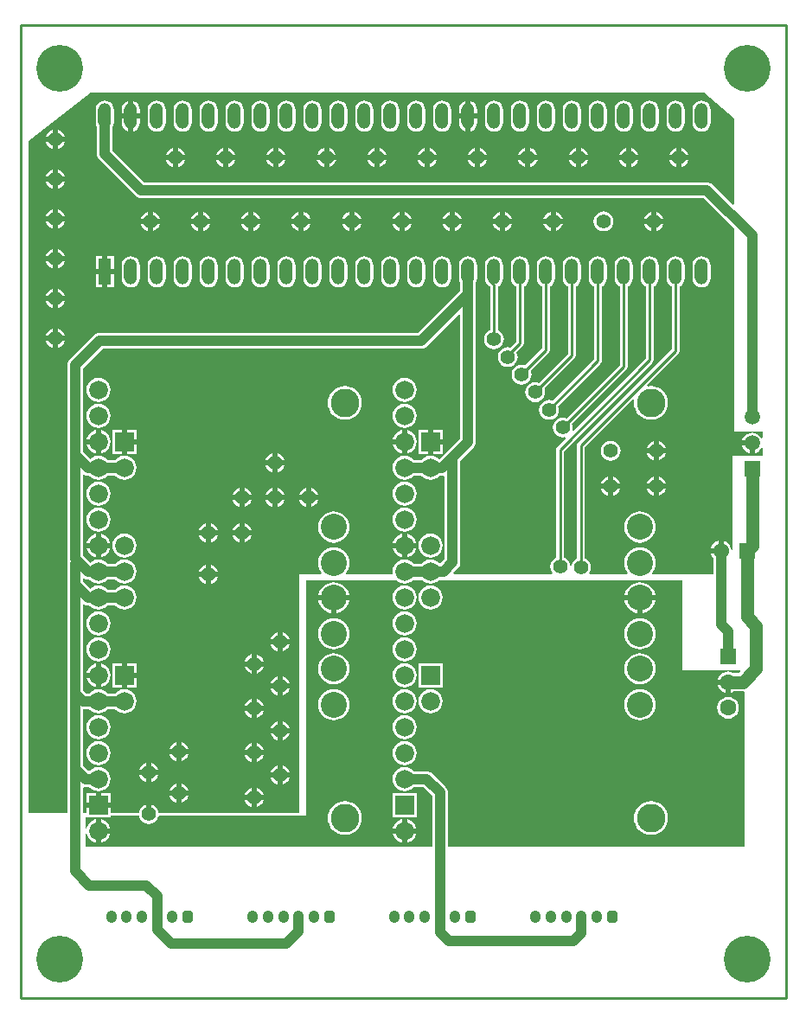
<source format=gtl>
G04*
G04 #@! TF.GenerationSoftware,Altium Limited,DefaultClient, ()*
G04*
G04 Layer_Physical_Order=1*
G04 Layer_Color=255*
%FSLAX25Y25*%
%MOIN*%
G70*
G04*
G04 #@! TF.SameCoordinates,BEE212FD-1A4C-4D2E-9424-7381D7AD546F*
G04*
G04*
G04 #@! TF.FilePolarity,Positive*
G04*
G01*
G75*
%ADD11C,0.01000*%
%ADD31C,0.04000*%
%ADD32C,0.05000*%
%ADD33O,0.04331X0.04724*%
G04:AMPARAMS|DCode=34|XSize=43.31mil|YSize=47.24mil|CornerRadius=0mil|HoleSize=0mil|Usage=FLASHONLY|Rotation=180.000|XOffset=0mil|YOffset=0mil|HoleType=Round|Shape=Octagon|*
%AMOCTAGOND34*
4,1,8,0.01083,-0.02362,-0.01083,-0.02362,-0.02165,-0.01280,-0.02165,0.01280,-0.01083,0.02362,0.01083,0.02362,0.02165,0.01280,0.02165,-0.01280,0.01083,-0.02362,0.0*
%
%ADD34OCTAGOND34*%

%ADD35C,0.18000*%
%ADD36R,0.06000X0.06000*%
%ADD37C,0.06000*%
%ADD38C,0.05906*%
%ADD39R,0.05906X0.05906*%
%ADD40C,0.10000*%
%ADD41C,0.07200*%
%ADD42R,0.07200X0.07200*%
%ADD43C,0.11000*%
%ADD44C,0.06299*%
%ADD45R,0.06299X0.06299*%
%ADD46O,0.05000X0.10000*%
%ADD47R,0.05000X0.10000*%
%ADD48C,0.05600*%
G36*
X360000Y440500D02*
Y407433D01*
X359538Y407241D01*
X351640Y415140D01*
X351013Y415621D01*
X350799Y415709D01*
X350283Y415923D01*
X349500Y416026D01*
X132753D01*
X120526Y428253D01*
Y437194D01*
X120557Y437235D01*
X120910Y438086D01*
X121030Y439000D01*
Y444000D01*
X120910Y444914D01*
X120557Y445765D01*
X119996Y446496D01*
X119265Y447057D01*
X118414Y447410D01*
X117500Y447530D01*
X116586Y447410D01*
X115735Y447057D01*
X115004Y446496D01*
X114443Y445765D01*
X114090Y444914D01*
X113970Y444000D01*
Y439000D01*
X114090Y438086D01*
X114443Y437235D01*
X114474Y437194D01*
Y427000D01*
X114577Y426217D01*
X114791Y425701D01*
X114880Y425487D01*
X115360Y424860D01*
X129360Y410860D01*
X129987Y410380D01*
X130717Y410077D01*
X131500Y409974D01*
X348247D01*
X360000Y398221D01*
X360000Y320000D01*
X371000D01*
Y317479D01*
X370500Y317379D01*
X370453Y317493D01*
X369819Y318319D01*
X368993Y318953D01*
X368032Y319351D01*
X367000Y319487D01*
X365968Y319351D01*
X365007Y318953D01*
X364181Y318319D01*
X363547Y317493D01*
X363149Y316532D01*
X363145Y316500D01*
X367000D01*
Y315500D01*
X368000D01*
Y311645D01*
X368032Y311649D01*
X368993Y312047D01*
X369819Y312681D01*
X370453Y313507D01*
X370500Y313621D01*
X371000Y313521D01*
Y310500D01*
X359500D01*
Y274295D01*
X359000Y274262D01*
X358897Y275044D01*
X358494Y276017D01*
X357853Y276853D01*
X357017Y277494D01*
X356044Y277897D01*
X356000Y277903D01*
Y274000D01*
X355000D01*
Y273000D01*
X351097D01*
X351103Y272956D01*
X351506Y271983D01*
X351974Y271373D01*
Y265000D01*
X328548D01*
X328311Y265500D01*
X328713Y265989D01*
X329270Y267032D01*
X329613Y268163D01*
X329729Y269339D01*
X329613Y270515D01*
X329270Y271646D01*
X328713Y272689D01*
X327963Y273602D01*
X327049Y274352D01*
X326007Y274909D01*
X324876Y275252D01*
X323700Y275368D01*
X322524Y275252D01*
X321393Y274909D01*
X320351Y274352D01*
X319437Y273602D01*
X318687Y272689D01*
X318130Y271646D01*
X317787Y270515D01*
X317671Y269339D01*
X317787Y268163D01*
X318130Y267032D01*
X318687Y265989D01*
X319089Y265500D01*
X318852Y265000D01*
X304437D01*
X304216Y265448D01*
X304319Y265584D01*
X304702Y266508D01*
X304833Y267500D01*
X304702Y268492D01*
X304319Y269416D01*
X303710Y270210D01*
X302916Y270819D01*
X302529Y270980D01*
Y313866D01*
X321183Y332520D01*
X321413Y332383D01*
X321589Y332219D01*
X321469Y331000D01*
X321594Y329726D01*
X321966Y328501D01*
X322569Y327371D01*
X323382Y326382D01*
X324371Y325569D01*
X325500Y324966D01*
X326726Y324594D01*
X328000Y324469D01*
X329274Y324594D01*
X330500Y324966D01*
X331629Y325569D01*
X332618Y326382D01*
X333431Y327371D01*
X334034Y328501D01*
X334406Y329726D01*
X334531Y331000D01*
X334406Y332274D01*
X334034Y333500D01*
X333431Y334629D01*
X332618Y335618D01*
X331629Y336431D01*
X330500Y337034D01*
X329274Y337406D01*
X328000Y337531D01*
X326781Y337411D01*
X326617Y337587D01*
X326480Y337817D01*
X338581Y349919D01*
X338913Y350415D01*
X339029Y351000D01*
Y375845D01*
X339265Y375943D01*
X339996Y376504D01*
X340557Y377235D01*
X340910Y378086D01*
X341030Y379000D01*
Y384000D01*
X340910Y384914D01*
X340557Y385765D01*
X339996Y386496D01*
X339265Y387057D01*
X338414Y387410D01*
X337500Y387530D01*
X336586Y387410D01*
X335735Y387057D01*
X335004Y386496D01*
X334443Y385765D01*
X334090Y384914D01*
X333970Y384000D01*
Y379000D01*
X334090Y378086D01*
X334443Y377235D01*
X335004Y376504D01*
X335735Y375943D01*
X335971Y375845D01*
Y351634D01*
X299919Y315581D01*
X299587Y315085D01*
X299471Y314500D01*
Y270980D01*
X299084Y270819D01*
X298290Y270210D01*
X297681Y269416D01*
X297298Y268492D01*
X297285Y268395D01*
X296781D01*
X296702Y268992D01*
X296319Y269916D01*
X295710Y270710D01*
X294916Y271319D01*
X294529Y271480D01*
Y312367D01*
X328581Y346419D01*
X328913Y346915D01*
X329029Y347500D01*
Y375845D01*
X329265Y375943D01*
X329996Y376504D01*
X330557Y377235D01*
X330910Y378086D01*
X331030Y379000D01*
Y384000D01*
X330910Y384914D01*
X330557Y385765D01*
X329996Y386496D01*
X329265Y387057D01*
X328414Y387410D01*
X327500Y387530D01*
X326586Y387410D01*
X325735Y387057D01*
X325004Y386496D01*
X324443Y385765D01*
X324090Y384914D01*
X323970Y384000D01*
Y379000D01*
X324090Y378086D01*
X324443Y377235D01*
X325004Y376504D01*
X325735Y375943D01*
X325971Y375845D01*
Y348133D01*
X298164Y320327D01*
X297868Y320443D01*
X297712Y320582D01*
X297833Y321500D01*
X297702Y322492D01*
X297542Y322879D01*
X318581Y343919D01*
X318913Y344415D01*
X319029Y345000D01*
Y375845D01*
X319265Y375943D01*
X319996Y376504D01*
X320557Y377235D01*
X320910Y378086D01*
X321030Y379000D01*
Y384000D01*
X320910Y384914D01*
X320557Y385765D01*
X319996Y386496D01*
X319265Y387057D01*
X318414Y387410D01*
X317500Y387530D01*
X316586Y387410D01*
X315735Y387057D01*
X315004Y386496D01*
X314443Y385765D01*
X314090Y384914D01*
X313970Y384000D01*
Y379000D01*
X314090Y378086D01*
X314443Y377235D01*
X315004Y376504D01*
X315735Y375943D01*
X315971Y375845D01*
Y345634D01*
X295379Y325042D01*
X294992Y325202D01*
X294000Y325333D01*
X293008Y325202D01*
X292084Y324819D01*
X291290Y324210D01*
X290681Y323416D01*
X290298Y322492D01*
X290167Y321500D01*
X290298Y320508D01*
X290681Y319584D01*
X291290Y318790D01*
X292084Y318181D01*
X293008Y317798D01*
X294000Y317667D01*
X294918Y317788D01*
X295057Y317632D01*
X295173Y317336D01*
X291919Y314081D01*
X291587Y313585D01*
X291471Y313000D01*
Y271480D01*
X291084Y271319D01*
X290290Y270710D01*
X289681Y269916D01*
X289298Y268992D01*
X289167Y268000D01*
X289298Y267008D01*
X289681Y266084D01*
X290128Y265500D01*
X289882Y265000D01*
X251933D01*
X251741Y265462D01*
X253640Y267360D01*
X254120Y267987D01*
X254272Y268352D01*
X254423Y268717D01*
X254435Y268808D01*
X254526Y269500D01*
X254526Y269500D01*
Y308747D01*
X259640Y313860D01*
X260121Y314487D01*
X260209Y314701D01*
X260423Y315217D01*
X260526Y316000D01*
Y373000D01*
Y377194D01*
X260557Y377235D01*
X260910Y378086D01*
X261030Y379000D01*
Y384000D01*
X260910Y384914D01*
X260557Y385765D01*
X259996Y386496D01*
X259265Y387057D01*
X258414Y387410D01*
X257500Y387530D01*
X256586Y387410D01*
X255735Y387057D01*
X255004Y386496D01*
X254443Y385765D01*
X254090Y384914D01*
X253970Y384000D01*
Y379000D01*
X254090Y378086D01*
X254443Y377235D01*
X254474Y377194D01*
Y374253D01*
X238247Y358026D01*
X115500D01*
X114717Y357923D01*
X113987Y357621D01*
X113360Y357140D01*
X103860Y347640D01*
X103379Y347013D01*
X103291Y346799D01*
X103077Y346283D01*
X102974Y345500D01*
Y311000D01*
Y271000D01*
X103077Y270217D01*
X103167Y270000D01*
X103077Y269783D01*
X102974Y269000D01*
Y261000D01*
Y219000D01*
Y190000D01*
Y173000D01*
X88000D01*
Y432000D01*
X112116Y450500D01*
X348462D01*
X360000Y440500D01*
D02*
G37*
G36*
X254474Y365042D02*
Y317253D01*
X249360Y312140D01*
X249360Y312140D01*
X246488Y309267D01*
X246281Y309281D01*
X245320Y310018D01*
X244201Y310482D01*
X243000Y310640D01*
X241799Y310482D01*
X240680Y310018D01*
X239719Y309281D01*
X239524Y309026D01*
X236476D01*
X236281Y309281D01*
X235320Y310018D01*
X234201Y310482D01*
X233000Y310640D01*
X231799Y310482D01*
X230680Y310018D01*
X229719Y309281D01*
X228982Y308320D01*
X228518Y307201D01*
X228360Y306000D01*
X228518Y304799D01*
X228982Y303680D01*
X229719Y302719D01*
X230680Y301982D01*
X231799Y301518D01*
X233000Y301360D01*
X234201Y301518D01*
X235320Y301982D01*
X236281Y302719D01*
X236476Y302974D01*
X239524D01*
X239719Y302719D01*
X240680Y301982D01*
X241799Y301518D01*
X243000Y301360D01*
X244201Y301518D01*
X245320Y301982D01*
X246281Y302719D01*
X246476Y302974D01*
X247500D01*
X247974Y303036D01*
X248474Y302654D01*
Y270753D01*
X246911Y269190D01*
X246327Y269220D01*
X246281Y269281D01*
X245320Y270018D01*
X244201Y270482D01*
X243000Y270640D01*
X241799Y270482D01*
X240680Y270018D01*
X239719Y269281D01*
X239524Y269026D01*
X236476D01*
X236281Y269281D01*
X235320Y270018D01*
X234201Y270482D01*
X233000Y270640D01*
X231799Y270482D01*
X230680Y270018D01*
X229719Y269281D01*
X228982Y268320D01*
X228518Y267201D01*
X228360Y266000D01*
X228443Y265376D01*
X228113Y265000D01*
X210548D01*
X210311Y265500D01*
X210713Y265989D01*
X211270Y267032D01*
X211613Y268163D01*
X211729Y269339D01*
X211613Y270515D01*
X211270Y271646D01*
X210713Y272689D01*
X209963Y273602D01*
X209050Y274352D01*
X208007Y274909D01*
X206876Y275252D01*
X205700Y275368D01*
X204524Y275252D01*
X203393Y274909D01*
X202350Y274352D01*
X201437Y273602D01*
X200687Y272689D01*
X200130Y271646D01*
X199787Y270515D01*
X199671Y269339D01*
X199787Y268163D01*
X200130Y267032D01*
X200687Y265989D01*
X201089Y265500D01*
X200852Y265000D01*
X192500D01*
Y173020D01*
X138267D01*
X138264Y173022D01*
X138202Y173492D01*
X137819Y174416D01*
X137210Y175210D01*
X136416Y175819D01*
X135500Y176199D01*
Y172500D01*
X133500D01*
Y176199D01*
X132584Y175819D01*
X131790Y175210D01*
X131181Y174416D01*
X130798Y173492D01*
X130736Y173022D01*
X130733Y173020D01*
X119600D01*
Y175000D01*
X110400D01*
Y173000D01*
X109026D01*
Y182654D01*
X109526Y183036D01*
X110000Y182974D01*
X111524D01*
X111719Y182719D01*
X112680Y181982D01*
X113799Y181518D01*
X115000Y181360D01*
X116201Y181518D01*
X117320Y181982D01*
X118281Y182719D01*
X119018Y183680D01*
X119482Y184799D01*
X119640Y186000D01*
X119482Y187201D01*
X119018Y188320D01*
X118281Y189281D01*
X117320Y190018D01*
X116201Y190482D01*
X115000Y190640D01*
X113799Y190482D01*
X112680Y190018D01*
X111719Y189281D01*
X111673Y189220D01*
X111089Y189190D01*
X109026Y191253D01*
Y212974D01*
X111524D01*
X111719Y212719D01*
X112680Y211982D01*
X113799Y211518D01*
X115000Y211360D01*
X116201Y211518D01*
X117320Y211982D01*
X118281Y212719D01*
X118476Y212974D01*
X121524D01*
X121719Y212719D01*
X122680Y211982D01*
X123799Y211518D01*
X125000Y211360D01*
X126201Y211518D01*
X127320Y211982D01*
X128281Y212719D01*
X129018Y213680D01*
X129482Y214799D01*
X129640Y216000D01*
X129482Y217201D01*
X129018Y218320D01*
X128281Y219281D01*
X127320Y220018D01*
X126201Y220482D01*
X125000Y220640D01*
X123799Y220482D01*
X122680Y220018D01*
X121719Y219281D01*
X121524Y219026D01*
X118476D01*
X118281Y219281D01*
X117320Y220018D01*
X116201Y220482D01*
X115000Y220640D01*
X113799Y220482D01*
X112680Y220018D01*
X111719Y219281D01*
X111524Y219026D01*
X110253D01*
X109026Y220253D01*
Y253168D01*
X109162Y253235D01*
X109526Y253363D01*
X109852Y253228D01*
X110217Y253077D01*
X110308Y253065D01*
X111000Y252974D01*
X111000Y252974D01*
X111524D01*
X111719Y252719D01*
X112680Y251982D01*
X113799Y251518D01*
X115000Y251360D01*
X116201Y251518D01*
X117320Y251982D01*
X118281Y252719D01*
X118476Y252974D01*
X121524D01*
X121719Y252719D01*
X122680Y251982D01*
X123799Y251518D01*
X125000Y251360D01*
X126201Y251518D01*
X127320Y251982D01*
X128281Y252719D01*
X129018Y253680D01*
X129482Y254799D01*
X129640Y256000D01*
X129482Y257201D01*
X129018Y258320D01*
X128281Y259281D01*
X127320Y260018D01*
X126201Y260482D01*
X125000Y260640D01*
X123799Y260482D01*
X122680Y260018D01*
X121719Y259281D01*
X121524Y259026D01*
X118476D01*
X118281Y259281D01*
X117320Y260018D01*
X116201Y260482D01*
X115000Y260640D01*
X113799Y260482D01*
X112680Y260018D01*
X111877Y259402D01*
X109026Y262253D01*
Y263168D01*
X109162Y263235D01*
X109526Y263363D01*
X109852Y263228D01*
X110217Y263077D01*
X110308Y263065D01*
X111000Y262974D01*
X111000Y262974D01*
X111524D01*
X111719Y262719D01*
X112680Y261982D01*
X113799Y261518D01*
X115000Y261360D01*
X116201Y261518D01*
X117320Y261982D01*
X118281Y262719D01*
X118476Y262974D01*
X121524D01*
X121719Y262719D01*
X122680Y261982D01*
X123799Y261518D01*
X125000Y261360D01*
X126201Y261518D01*
X127320Y261982D01*
X128281Y262719D01*
X129018Y263680D01*
X129482Y264799D01*
X129640Y266000D01*
X129482Y267201D01*
X129018Y268320D01*
X128281Y269281D01*
X127320Y270018D01*
X126201Y270482D01*
X125000Y270640D01*
X123799Y270482D01*
X122680Y270018D01*
X121719Y269281D01*
X121524Y269026D01*
X118476D01*
X118281Y269281D01*
X117320Y270018D01*
X116201Y270482D01*
X115000Y270640D01*
X113799Y270482D01*
X112680Y270018D01*
X111877Y269402D01*
X109026Y272253D01*
Y303168D01*
X109162Y303235D01*
X109526Y303363D01*
X109852Y303228D01*
X110217Y303077D01*
X110308Y303065D01*
X111000Y302974D01*
X111000Y302974D01*
X111524D01*
X111719Y302719D01*
X112680Y301982D01*
X113799Y301518D01*
X115000Y301360D01*
X116201Y301518D01*
X117320Y301982D01*
X118281Y302719D01*
X118476Y302974D01*
X121524D01*
X121719Y302719D01*
X122680Y301982D01*
X123799Y301518D01*
X125000Y301360D01*
X126201Y301518D01*
X127320Y301982D01*
X128281Y302719D01*
X129018Y303680D01*
X129482Y304799D01*
X129640Y306000D01*
X129482Y307201D01*
X129018Y308320D01*
X128281Y309281D01*
X127320Y310018D01*
X126201Y310482D01*
X125000Y310640D01*
X123799Y310482D01*
X122680Y310018D01*
X121719Y309281D01*
X121524Y309026D01*
X118476D01*
X118281Y309281D01*
X117320Y310018D01*
X116201Y310482D01*
X115000Y310640D01*
X113799Y310482D01*
X112680Y310018D01*
X111877Y309402D01*
X109026Y312253D01*
Y344247D01*
X116753Y351974D01*
X239500D01*
X240283Y352077D01*
X240799Y352291D01*
X241013Y352379D01*
X241640Y352860D01*
X254012Y365233D01*
X254474Y365042D01*
D02*
G37*
G36*
X340000Y228000D02*
X362354Y228000D01*
X362546Y227538D01*
X361853Y226845D01*
X359917D01*
X359793Y226940D01*
X358784Y227358D01*
X357701Y227500D01*
X356617Y227358D01*
X355608Y226940D01*
X354741Y226274D01*
X354076Y225408D01*
X353658Y224398D01*
X353647Y224315D01*
X357701D01*
Y223315D01*
X358701D01*
Y219261D01*
X358784Y219272D01*
X359793Y219690D01*
X359917Y219785D01*
X363315D01*
X363624Y219826D01*
X364000Y219496D01*
X364000Y160354D01*
X363646Y160000D01*
X249715D01*
Y180811D01*
X249715Y180811D01*
X249624Y181503D01*
X249612Y181594D01*
X249523Y181808D01*
X249309Y182324D01*
X249037Y182678D01*
X248829Y182951D01*
X248829Y182951D01*
X243640Y188140D01*
X243013Y188620D01*
X242799Y188709D01*
X242283Y188923D01*
X241500Y189026D01*
X236476D01*
X236281Y189281D01*
X235320Y190018D01*
X234201Y190482D01*
X233000Y190640D01*
X231799Y190482D01*
X230680Y190018D01*
X229719Y189281D01*
X228982Y188320D01*
X228518Y187201D01*
X228360Y186000D01*
X228518Y184799D01*
X228982Y183680D01*
X229719Y182719D01*
X230680Y181982D01*
X231799Y181518D01*
X233000Y181360D01*
X234201Y181518D01*
X235320Y181982D01*
X236281Y182719D01*
X236476Y182974D01*
X240247D01*
X243663Y179558D01*
Y160000D01*
X110000D01*
Y164906D01*
X110500Y164939D01*
X110518Y164799D01*
X110982Y163680D01*
X111719Y162719D01*
X112680Y161982D01*
X113799Y161518D01*
X114000Y161492D01*
Y166000D01*
Y170508D01*
X113799Y170482D01*
X112680Y170018D01*
X111719Y169281D01*
X110982Y168320D01*
X110518Y167201D01*
X110500Y167061D01*
X110000Y167094D01*
Y171159D01*
X110400Y171400D01*
X119600D01*
Y172000D01*
X130733D01*
X130798Y171508D01*
X131181Y170584D01*
X131790Y169790D01*
X132584Y169181D01*
X133508Y168798D01*
X134500Y168667D01*
X135492Y168798D01*
X136416Y169181D01*
X137210Y169790D01*
X137819Y170584D01*
X138202Y171508D01*
X138267Y172000D01*
X195000D01*
Y262500D01*
X230005D01*
X230680Y261982D01*
X231799Y261518D01*
X233000Y261360D01*
X234201Y261518D01*
X235320Y261982D01*
X235995Y262500D01*
X240005D01*
X240680Y261982D01*
X241799Y261518D01*
X243000Y261360D01*
X244201Y261518D01*
X245320Y261982D01*
X245995Y262500D01*
X340000D01*
Y228000D01*
D02*
G37*
%LPC*%
G36*
X258500Y447374D02*
Y442500D01*
X261030D01*
Y444000D01*
X260910Y444914D01*
X260557Y445765D01*
X259996Y446496D01*
X259265Y447057D01*
X258500Y447374D01*
D02*
G37*
G36*
X256500D02*
X255735Y447057D01*
X255004Y446496D01*
X254443Y445765D01*
X254090Y444914D01*
X253970Y444000D01*
Y442500D01*
X256500D01*
Y447374D01*
D02*
G37*
G36*
X128500D02*
Y442500D01*
X131030D01*
Y444000D01*
X130910Y444914D01*
X130557Y445765D01*
X129996Y446496D01*
X129265Y447057D01*
X128500Y447374D01*
D02*
G37*
G36*
X126500D02*
X125735Y447057D01*
X125004Y446496D01*
X124443Y445765D01*
X124090Y444914D01*
X123970Y444000D01*
Y442500D01*
X126500D01*
Y447374D01*
D02*
G37*
G36*
X261030Y440500D02*
X258500D01*
Y435626D01*
X259265Y435943D01*
X259996Y436504D01*
X260557Y437235D01*
X260910Y438086D01*
X261030Y439000D01*
Y440500D01*
D02*
G37*
G36*
X256500D02*
X253970D01*
Y439000D01*
X254090Y438086D01*
X254443Y437235D01*
X255004Y436504D01*
X255735Y435943D01*
X256500Y435626D01*
Y440500D01*
D02*
G37*
G36*
X131030D02*
X128500D01*
Y435626D01*
X129265Y435943D01*
X129996Y436504D01*
X130557Y437235D01*
X130910Y438086D01*
X131030Y439000D01*
Y440500D01*
D02*
G37*
G36*
X126500D02*
X123970D01*
Y439000D01*
X124090Y438086D01*
X124443Y437235D01*
X125004Y436504D01*
X125735Y435943D01*
X126500Y435626D01*
Y440500D01*
D02*
G37*
G36*
X347500Y447530D02*
X346586Y447410D01*
X345735Y447057D01*
X345004Y446496D01*
X344443Y445765D01*
X344090Y444914D01*
X343970Y444000D01*
Y439000D01*
X344090Y438086D01*
X344443Y437235D01*
X345004Y436504D01*
X345735Y435943D01*
X346586Y435590D01*
X347500Y435470D01*
X348414Y435590D01*
X349265Y435943D01*
X349996Y436504D01*
X350557Y437235D01*
X350910Y438086D01*
X351030Y439000D01*
Y444000D01*
X350910Y444914D01*
X350557Y445765D01*
X349996Y446496D01*
X349265Y447057D01*
X348414Y447410D01*
X347500Y447530D01*
D02*
G37*
G36*
X337500D02*
X336586Y447410D01*
X335735Y447057D01*
X335004Y446496D01*
X334443Y445765D01*
X334090Y444914D01*
X333970Y444000D01*
Y439000D01*
X334090Y438086D01*
X334443Y437235D01*
X335004Y436504D01*
X335735Y435943D01*
X336586Y435590D01*
X337500Y435470D01*
X338414Y435590D01*
X339265Y435943D01*
X339996Y436504D01*
X340557Y437235D01*
X340910Y438086D01*
X341030Y439000D01*
Y444000D01*
X340910Y444914D01*
X340557Y445765D01*
X339996Y446496D01*
X339265Y447057D01*
X338414Y447410D01*
X337500Y447530D01*
D02*
G37*
G36*
X327500D02*
X326586Y447410D01*
X325735Y447057D01*
X325004Y446496D01*
X324443Y445765D01*
X324090Y444914D01*
X323970Y444000D01*
Y439000D01*
X324090Y438086D01*
X324443Y437235D01*
X325004Y436504D01*
X325735Y435943D01*
X326586Y435590D01*
X327500Y435470D01*
X328414Y435590D01*
X329265Y435943D01*
X329996Y436504D01*
X330557Y437235D01*
X330910Y438086D01*
X331030Y439000D01*
Y444000D01*
X330910Y444914D01*
X330557Y445765D01*
X329996Y446496D01*
X329265Y447057D01*
X328414Y447410D01*
X327500Y447530D01*
D02*
G37*
G36*
X317500D02*
X316586Y447410D01*
X315735Y447057D01*
X315004Y446496D01*
X314443Y445765D01*
X314090Y444914D01*
X313970Y444000D01*
Y439000D01*
X314090Y438086D01*
X314443Y437235D01*
X315004Y436504D01*
X315735Y435943D01*
X316586Y435590D01*
X317500Y435470D01*
X318414Y435590D01*
X319265Y435943D01*
X319996Y436504D01*
X320557Y437235D01*
X320910Y438086D01*
X321030Y439000D01*
Y444000D01*
X320910Y444914D01*
X320557Y445765D01*
X319996Y446496D01*
X319265Y447057D01*
X318414Y447410D01*
X317500Y447530D01*
D02*
G37*
G36*
X307500D02*
X306586Y447410D01*
X305735Y447057D01*
X305004Y446496D01*
X304443Y445765D01*
X304090Y444914D01*
X303970Y444000D01*
Y439000D01*
X304090Y438086D01*
X304443Y437235D01*
X305004Y436504D01*
X305735Y435943D01*
X306586Y435590D01*
X307500Y435470D01*
X308414Y435590D01*
X309265Y435943D01*
X309996Y436504D01*
X310557Y437235D01*
X310910Y438086D01*
X311030Y439000D01*
Y444000D01*
X310910Y444914D01*
X310557Y445765D01*
X309996Y446496D01*
X309265Y447057D01*
X308414Y447410D01*
X307500Y447530D01*
D02*
G37*
G36*
X297500D02*
X296586Y447410D01*
X295735Y447057D01*
X295004Y446496D01*
X294443Y445765D01*
X294090Y444914D01*
X293970Y444000D01*
Y439000D01*
X294090Y438086D01*
X294443Y437235D01*
X295004Y436504D01*
X295735Y435943D01*
X296586Y435590D01*
X297500Y435470D01*
X298414Y435590D01*
X299265Y435943D01*
X299996Y436504D01*
X300557Y437235D01*
X300910Y438086D01*
X301030Y439000D01*
Y444000D01*
X300910Y444914D01*
X300557Y445765D01*
X299996Y446496D01*
X299265Y447057D01*
X298414Y447410D01*
X297500Y447530D01*
D02*
G37*
G36*
X287500D02*
X286586Y447410D01*
X285735Y447057D01*
X285004Y446496D01*
X284443Y445765D01*
X284090Y444914D01*
X283970Y444000D01*
Y439000D01*
X284090Y438086D01*
X284443Y437235D01*
X285004Y436504D01*
X285735Y435943D01*
X286586Y435590D01*
X287500Y435470D01*
X288414Y435590D01*
X289265Y435943D01*
X289996Y436504D01*
X290557Y437235D01*
X290910Y438086D01*
X291030Y439000D01*
Y444000D01*
X290910Y444914D01*
X290557Y445765D01*
X289996Y446496D01*
X289265Y447057D01*
X288414Y447410D01*
X287500Y447530D01*
D02*
G37*
G36*
X277500D02*
X276586Y447410D01*
X275735Y447057D01*
X275004Y446496D01*
X274443Y445765D01*
X274090Y444914D01*
X273970Y444000D01*
Y439000D01*
X274090Y438086D01*
X274443Y437235D01*
X275004Y436504D01*
X275735Y435943D01*
X276586Y435590D01*
X277500Y435470D01*
X278414Y435590D01*
X279265Y435943D01*
X279996Y436504D01*
X280557Y437235D01*
X280910Y438086D01*
X281030Y439000D01*
Y444000D01*
X280910Y444914D01*
X280557Y445765D01*
X279996Y446496D01*
X279265Y447057D01*
X278414Y447410D01*
X277500Y447530D01*
D02*
G37*
G36*
X267500D02*
X266586Y447410D01*
X265735Y447057D01*
X265004Y446496D01*
X264443Y445765D01*
X264090Y444914D01*
X263970Y444000D01*
Y439000D01*
X264090Y438086D01*
X264443Y437235D01*
X265004Y436504D01*
X265735Y435943D01*
X266586Y435590D01*
X267500Y435470D01*
X268414Y435590D01*
X269265Y435943D01*
X269996Y436504D01*
X270557Y437235D01*
X270910Y438086D01*
X271030Y439000D01*
Y444000D01*
X270910Y444914D01*
X270557Y445765D01*
X269996Y446496D01*
X269265Y447057D01*
X268414Y447410D01*
X267500Y447530D01*
D02*
G37*
G36*
X247500D02*
X246586Y447410D01*
X245735Y447057D01*
X245004Y446496D01*
X244443Y445765D01*
X244090Y444914D01*
X243970Y444000D01*
Y439000D01*
X244090Y438086D01*
X244443Y437235D01*
X245004Y436504D01*
X245735Y435943D01*
X246586Y435590D01*
X247500Y435470D01*
X248414Y435590D01*
X249265Y435943D01*
X249996Y436504D01*
X250557Y437235D01*
X250910Y438086D01*
X251030Y439000D01*
Y444000D01*
X250910Y444914D01*
X250557Y445765D01*
X249996Y446496D01*
X249265Y447057D01*
X248414Y447410D01*
X247500Y447530D01*
D02*
G37*
G36*
X237500D02*
X236586Y447410D01*
X235735Y447057D01*
X235004Y446496D01*
X234443Y445765D01*
X234090Y444914D01*
X233970Y444000D01*
Y439000D01*
X234090Y438086D01*
X234443Y437235D01*
X235004Y436504D01*
X235735Y435943D01*
X236586Y435590D01*
X237500Y435470D01*
X238414Y435590D01*
X239265Y435943D01*
X239996Y436504D01*
X240557Y437235D01*
X240910Y438086D01*
X241030Y439000D01*
Y444000D01*
X240910Y444914D01*
X240557Y445765D01*
X239996Y446496D01*
X239265Y447057D01*
X238414Y447410D01*
X237500Y447530D01*
D02*
G37*
G36*
X227500D02*
X226586Y447410D01*
X225735Y447057D01*
X225004Y446496D01*
X224443Y445765D01*
X224090Y444914D01*
X223970Y444000D01*
Y439000D01*
X224090Y438086D01*
X224443Y437235D01*
X225004Y436504D01*
X225735Y435943D01*
X226586Y435590D01*
X227500Y435470D01*
X228414Y435590D01*
X229265Y435943D01*
X229996Y436504D01*
X230557Y437235D01*
X230910Y438086D01*
X231030Y439000D01*
Y444000D01*
X230910Y444914D01*
X230557Y445765D01*
X229996Y446496D01*
X229265Y447057D01*
X228414Y447410D01*
X227500Y447530D01*
D02*
G37*
G36*
X217500D02*
X216586Y447410D01*
X215735Y447057D01*
X215004Y446496D01*
X214443Y445765D01*
X214090Y444914D01*
X213970Y444000D01*
Y439000D01*
X214090Y438086D01*
X214443Y437235D01*
X215004Y436504D01*
X215735Y435943D01*
X216586Y435590D01*
X217500Y435470D01*
X218414Y435590D01*
X219265Y435943D01*
X219996Y436504D01*
X220557Y437235D01*
X220910Y438086D01*
X221030Y439000D01*
Y444000D01*
X220910Y444914D01*
X220557Y445765D01*
X219996Y446496D01*
X219265Y447057D01*
X218414Y447410D01*
X217500Y447530D01*
D02*
G37*
G36*
X207500D02*
X206586Y447410D01*
X205735Y447057D01*
X205004Y446496D01*
X204443Y445765D01*
X204090Y444914D01*
X203970Y444000D01*
Y439000D01*
X204090Y438086D01*
X204443Y437235D01*
X205004Y436504D01*
X205735Y435943D01*
X206586Y435590D01*
X207500Y435470D01*
X208414Y435590D01*
X209265Y435943D01*
X209996Y436504D01*
X210557Y437235D01*
X210910Y438086D01*
X211030Y439000D01*
Y444000D01*
X210910Y444914D01*
X210557Y445765D01*
X209996Y446496D01*
X209265Y447057D01*
X208414Y447410D01*
X207500Y447530D01*
D02*
G37*
G36*
X197500D02*
X196586Y447410D01*
X195735Y447057D01*
X195004Y446496D01*
X194443Y445765D01*
X194090Y444914D01*
X193970Y444000D01*
Y439000D01*
X194090Y438086D01*
X194443Y437235D01*
X195004Y436504D01*
X195735Y435943D01*
X196586Y435590D01*
X197500Y435470D01*
X198414Y435590D01*
X199265Y435943D01*
X199996Y436504D01*
X200557Y437235D01*
X200910Y438086D01*
X201030Y439000D01*
Y444000D01*
X200910Y444914D01*
X200557Y445765D01*
X199996Y446496D01*
X199265Y447057D01*
X198414Y447410D01*
X197500Y447530D01*
D02*
G37*
G36*
X187500D02*
X186586Y447410D01*
X185735Y447057D01*
X185004Y446496D01*
X184443Y445765D01*
X184090Y444914D01*
X183970Y444000D01*
Y439000D01*
X184090Y438086D01*
X184443Y437235D01*
X185004Y436504D01*
X185735Y435943D01*
X186586Y435590D01*
X187500Y435470D01*
X188414Y435590D01*
X189265Y435943D01*
X189996Y436504D01*
X190557Y437235D01*
X190910Y438086D01*
X191030Y439000D01*
Y444000D01*
X190910Y444914D01*
X190557Y445765D01*
X189996Y446496D01*
X189265Y447057D01*
X188414Y447410D01*
X187500Y447530D01*
D02*
G37*
G36*
X177500D02*
X176586Y447410D01*
X175735Y447057D01*
X175004Y446496D01*
X174443Y445765D01*
X174090Y444914D01*
X173970Y444000D01*
Y439000D01*
X174090Y438086D01*
X174443Y437235D01*
X175004Y436504D01*
X175735Y435943D01*
X176586Y435590D01*
X177500Y435470D01*
X178414Y435590D01*
X179265Y435943D01*
X179996Y436504D01*
X180557Y437235D01*
X180910Y438086D01*
X181030Y439000D01*
Y444000D01*
X180910Y444914D01*
X180557Y445765D01*
X179996Y446496D01*
X179265Y447057D01*
X178414Y447410D01*
X177500Y447530D01*
D02*
G37*
G36*
X167500D02*
X166586Y447410D01*
X165735Y447057D01*
X165004Y446496D01*
X164443Y445765D01*
X164090Y444914D01*
X163970Y444000D01*
Y439000D01*
X164090Y438086D01*
X164443Y437235D01*
X165004Y436504D01*
X165735Y435943D01*
X166586Y435590D01*
X167500Y435470D01*
X168414Y435590D01*
X169265Y435943D01*
X169996Y436504D01*
X170557Y437235D01*
X170910Y438086D01*
X171030Y439000D01*
Y444000D01*
X170910Y444914D01*
X170557Y445765D01*
X169996Y446496D01*
X169265Y447057D01*
X168414Y447410D01*
X167500Y447530D01*
D02*
G37*
G36*
X157500D02*
X156586Y447410D01*
X155735Y447057D01*
X155004Y446496D01*
X154443Y445765D01*
X154090Y444914D01*
X153970Y444000D01*
Y439000D01*
X154090Y438086D01*
X154443Y437235D01*
X155004Y436504D01*
X155735Y435943D01*
X156586Y435590D01*
X157500Y435470D01*
X158414Y435590D01*
X159265Y435943D01*
X159996Y436504D01*
X160557Y437235D01*
X160910Y438086D01*
X161030Y439000D01*
Y444000D01*
X160910Y444914D01*
X160557Y445765D01*
X159996Y446496D01*
X159265Y447057D01*
X158414Y447410D01*
X157500Y447530D01*
D02*
G37*
G36*
X147500D02*
X146586Y447410D01*
X145735Y447057D01*
X145004Y446496D01*
X144443Y445765D01*
X144090Y444914D01*
X143970Y444000D01*
Y439000D01*
X144090Y438086D01*
X144443Y437235D01*
X145004Y436504D01*
X145735Y435943D01*
X146586Y435590D01*
X147500Y435470D01*
X148414Y435590D01*
X149265Y435943D01*
X149996Y436504D01*
X150557Y437235D01*
X150910Y438086D01*
X151030Y439000D01*
Y444000D01*
X150910Y444914D01*
X150557Y445765D01*
X149996Y446496D01*
X149265Y447057D01*
X148414Y447410D01*
X147500Y447530D01*
D02*
G37*
G36*
X137500D02*
X136586Y447410D01*
X135735Y447057D01*
X135004Y446496D01*
X134443Y445765D01*
X134090Y444914D01*
X133970Y444000D01*
Y439000D01*
X134090Y438086D01*
X134443Y437235D01*
X135004Y436504D01*
X135735Y435943D01*
X136586Y435590D01*
X137500Y435470D01*
X138414Y435590D01*
X139265Y435943D01*
X139996Y436504D01*
X140557Y437235D01*
X140910Y438086D01*
X141030Y439000D01*
Y444000D01*
X140910Y444914D01*
X140557Y445765D01*
X139996Y446496D01*
X139265Y447057D01*
X138414Y447410D01*
X137500Y447530D01*
D02*
G37*
G36*
X99500Y436199D02*
Y433500D01*
X102199D01*
X101819Y434416D01*
X101210Y435210D01*
X100416Y435819D01*
X99500Y436199D01*
D02*
G37*
G36*
X97500D02*
X96584Y435819D01*
X95790Y435210D01*
X95181Y434416D01*
X94801Y433500D01*
X97500D01*
Y436199D01*
D02*
G37*
G36*
X102199Y431500D02*
X99500D01*
Y428801D01*
X100416Y429181D01*
X101210Y429790D01*
X101819Y430584D01*
X102199Y431500D01*
D02*
G37*
G36*
X97500D02*
X94801D01*
X95181Y430584D01*
X95790Y429790D01*
X96584Y429181D01*
X97500Y428801D01*
Y431500D01*
D02*
G37*
G36*
X339795Y429199D02*
Y426500D01*
X342494D01*
X342115Y427416D01*
X341506Y428210D01*
X340712Y428819D01*
X339795Y429199D01*
D02*
G37*
G36*
X337795D02*
X336879Y428819D01*
X336085Y428210D01*
X335476Y427416D01*
X335097Y426500D01*
X337795D01*
Y429199D01*
D02*
G37*
G36*
X320386D02*
Y426500D01*
X323085D01*
X322706Y427416D01*
X322096Y428210D01*
X321303Y428819D01*
X320386Y429199D01*
D02*
G37*
G36*
X318386D02*
X317470Y428819D01*
X316676Y428210D01*
X316067Y427416D01*
X315687Y426500D01*
X318386D01*
Y429199D01*
D02*
G37*
G36*
X300977D02*
Y426500D01*
X303676D01*
X303296Y427416D01*
X302687Y428210D01*
X301894Y428819D01*
X300977Y429199D01*
D02*
G37*
G36*
X298977D02*
X298061Y428819D01*
X297267Y428210D01*
X296658Y427416D01*
X296278Y426500D01*
X298977D01*
Y429199D01*
D02*
G37*
G36*
X281568D02*
Y426500D01*
X284267D01*
X283888Y427416D01*
X283278Y428210D01*
X282485Y428819D01*
X281568Y429199D01*
D02*
G37*
G36*
X279568D02*
X278652Y428819D01*
X277858Y428210D01*
X277249Y427416D01*
X276869Y426500D01*
X279568D01*
Y429199D01*
D02*
G37*
G36*
X262159D02*
Y426500D01*
X264858D01*
X264478Y427416D01*
X263869Y428210D01*
X263075Y428819D01*
X262159Y429199D01*
D02*
G37*
G36*
X260159D02*
X259243Y428819D01*
X258449Y428210D01*
X257840Y427416D01*
X257460Y426500D01*
X260159D01*
Y429199D01*
D02*
G37*
G36*
X242750D02*
Y426500D01*
X245449D01*
X245069Y427416D01*
X244460Y428210D01*
X243666Y428819D01*
X242750Y429199D01*
D02*
G37*
G36*
X240750D02*
X239834Y428819D01*
X239040Y428210D01*
X238431Y427416D01*
X238051Y426500D01*
X240750D01*
Y429199D01*
D02*
G37*
G36*
X223341D02*
Y426500D01*
X226040D01*
X225660Y427416D01*
X225051Y428210D01*
X224257Y428819D01*
X223341Y429199D01*
D02*
G37*
G36*
X221341D02*
X220425Y428819D01*
X219631Y428210D01*
X219022Y427416D01*
X218642Y426500D01*
X221341D01*
Y429199D01*
D02*
G37*
G36*
X203932D02*
Y426500D01*
X206631D01*
X206251Y427416D01*
X205642Y428210D01*
X204848Y428819D01*
X203932Y429199D01*
D02*
G37*
G36*
X201932D02*
X201015Y428819D01*
X200222Y428210D01*
X199612Y427416D01*
X199233Y426500D01*
X201932D01*
Y429199D01*
D02*
G37*
G36*
X184523D02*
Y426500D01*
X187222D01*
X186842Y427416D01*
X186233Y428210D01*
X185439Y428819D01*
X184523Y429199D01*
D02*
G37*
G36*
X182523D02*
X181606Y428819D01*
X180813Y428210D01*
X180203Y427416D01*
X179824Y426500D01*
X182523D01*
Y429199D01*
D02*
G37*
G36*
X165114D02*
Y426500D01*
X167813D01*
X167433Y427416D01*
X166824Y428210D01*
X166030Y428819D01*
X165114Y429199D01*
D02*
G37*
G36*
X163114D02*
X162197Y428819D01*
X161403Y428210D01*
X160794Y427416D01*
X160415Y426500D01*
X163114D01*
Y429199D01*
D02*
G37*
G36*
X145704D02*
Y426500D01*
X148403D01*
X148024Y427416D01*
X147415Y428210D01*
X146621Y428819D01*
X145704Y429199D01*
D02*
G37*
G36*
X143704D02*
X142788Y428819D01*
X141994Y428210D01*
X141385Y427416D01*
X141006Y426500D01*
X143704D01*
Y429199D01*
D02*
G37*
G36*
X323085Y424500D02*
X320386D01*
Y421801D01*
X321303Y422181D01*
X322096Y422790D01*
X322706Y423584D01*
X323085Y424500D01*
D02*
G37*
G36*
X318386D02*
X315687D01*
X316067Y423584D01*
X316676Y422790D01*
X317470Y422181D01*
X318386Y421801D01*
Y424500D01*
D02*
G37*
G36*
X284267D02*
X281568D01*
Y421801D01*
X282485Y422181D01*
X283278Y422790D01*
X283888Y423584D01*
X284267Y424500D01*
D02*
G37*
G36*
X279568D02*
X276869D01*
X277249Y423584D01*
X277858Y422790D01*
X278652Y422181D01*
X279568Y421801D01*
Y424500D01*
D02*
G37*
G36*
X245449D02*
X242750D01*
Y421801D01*
X243666Y422181D01*
X244460Y422790D01*
X245069Y423584D01*
X245449Y424500D01*
D02*
G37*
G36*
X240750D02*
X238051D01*
X238431Y423584D01*
X239040Y422790D01*
X239834Y422181D01*
X240750Y421801D01*
Y424500D01*
D02*
G37*
G36*
X206631D02*
X203932D01*
Y421801D01*
X204848Y422181D01*
X205642Y422790D01*
X206251Y423584D01*
X206631Y424500D01*
D02*
G37*
G36*
X201932D02*
X199233D01*
X199612Y423584D01*
X200222Y422790D01*
X201015Y422181D01*
X201932Y421801D01*
Y424500D01*
D02*
G37*
G36*
X167813D02*
X165114D01*
Y421801D01*
X166030Y422181D01*
X166824Y422790D01*
X167433Y423584D01*
X167813Y424500D01*
D02*
G37*
G36*
X163114D02*
X160415D01*
X160794Y423584D01*
X161403Y422790D01*
X162197Y422181D01*
X163114Y421801D01*
Y424500D01*
D02*
G37*
G36*
X342494D02*
X339795D01*
Y421801D01*
X340712Y422181D01*
X341506Y422790D01*
X342115Y423584D01*
X342494Y424500D01*
D02*
G37*
G36*
X337795D02*
X335097D01*
X335476Y423584D01*
X336085Y422790D01*
X336879Y422181D01*
X337795Y421801D01*
Y424500D01*
D02*
G37*
G36*
X303676D02*
X300977D01*
Y421801D01*
X301894Y422181D01*
X302687Y422790D01*
X303296Y423584D01*
X303676Y424500D01*
D02*
G37*
G36*
X298977D02*
X296278D01*
X296658Y423584D01*
X297267Y422790D01*
X298061Y422181D01*
X298977Y421801D01*
Y424500D01*
D02*
G37*
G36*
X264858D02*
X262159D01*
Y421801D01*
X263075Y422181D01*
X263869Y422790D01*
X264478Y423584D01*
X264858Y424500D01*
D02*
G37*
G36*
X260159D02*
X257460D01*
X257840Y423584D01*
X258449Y422790D01*
X259243Y422181D01*
X260159Y421801D01*
Y424500D01*
D02*
G37*
G36*
X226040D02*
X223341D01*
Y421801D01*
X224257Y422181D01*
X225051Y422790D01*
X225660Y423584D01*
X226040Y424500D01*
D02*
G37*
G36*
X221341D02*
X218642D01*
X219022Y423584D01*
X219631Y422790D01*
X220425Y422181D01*
X221341Y421801D01*
Y424500D01*
D02*
G37*
G36*
X187222D02*
X184523D01*
Y421801D01*
X185439Y422181D01*
X186233Y422790D01*
X186842Y423584D01*
X187222Y424500D01*
D02*
G37*
G36*
X182523D02*
X179824D01*
X180203Y423584D01*
X180813Y422790D01*
X181606Y422181D01*
X182523Y421801D01*
Y424500D01*
D02*
G37*
G36*
X148403D02*
X145704D01*
Y421801D01*
X146621Y422181D01*
X147415Y422790D01*
X148024Y423584D01*
X148403Y424500D01*
D02*
G37*
G36*
X143704D02*
X141006D01*
X141385Y423584D01*
X141994Y422790D01*
X142788Y422181D01*
X143704Y421801D01*
Y424500D01*
D02*
G37*
G36*
X99500Y420899D02*
Y418200D01*
X102199D01*
X101819Y419116D01*
X101210Y419910D01*
X100416Y420519D01*
X99500Y420899D01*
D02*
G37*
G36*
X97500D02*
X96584Y420519D01*
X95790Y419910D01*
X95181Y419116D01*
X94801Y418200D01*
X97500D01*
Y420899D01*
D02*
G37*
G36*
X102199Y416200D02*
X99500D01*
Y413501D01*
X100416Y413881D01*
X101210Y414490D01*
X101819Y415284D01*
X102199Y416200D01*
D02*
G37*
G36*
X97500D02*
X94801D01*
X95181Y415284D01*
X95790Y414490D01*
X96584Y413881D01*
X97500Y413501D01*
Y416200D01*
D02*
G37*
G36*
X99500Y405599D02*
Y402900D01*
X102199D01*
X101819Y403816D01*
X101210Y404610D01*
X100416Y405219D01*
X99500Y405599D01*
D02*
G37*
G36*
X97500D02*
X96584Y405219D01*
X95790Y404610D01*
X95181Y403816D01*
X94801Y402900D01*
X97500D01*
Y405599D01*
D02*
G37*
G36*
X330091Y404699D02*
Y402000D01*
X332790D01*
X332410Y402916D01*
X331801Y403710D01*
X331007Y404319D01*
X330091Y404699D01*
D02*
G37*
G36*
X328091D02*
X327174Y404319D01*
X326381Y403710D01*
X325772Y402916D01*
X325392Y402000D01*
X328091D01*
Y404699D01*
D02*
G37*
G36*
X291273D02*
Y402000D01*
X293972D01*
X293592Y402916D01*
X292983Y403710D01*
X292189Y404319D01*
X291273Y404699D01*
D02*
G37*
G36*
X289273D02*
X288356Y404319D01*
X287562Y403710D01*
X286953Y402916D01*
X286574Y402000D01*
X289273D01*
Y404699D01*
D02*
G37*
G36*
X271864D02*
Y402000D01*
X274563D01*
X274183Y402916D01*
X273574Y403710D01*
X272780Y404319D01*
X271864Y404699D01*
D02*
G37*
G36*
X269864D02*
X268947Y404319D01*
X268153Y403710D01*
X267544Y402916D01*
X267165Y402000D01*
X269864D01*
Y404699D01*
D02*
G37*
G36*
X252454D02*
Y402000D01*
X255153D01*
X254774Y402916D01*
X254165Y403710D01*
X253371Y404319D01*
X252454Y404699D01*
D02*
G37*
G36*
X250454D02*
X249538Y404319D01*
X248744Y403710D01*
X248135Y402916D01*
X247756Y402000D01*
X250454D01*
Y404699D01*
D02*
G37*
G36*
X233045D02*
Y402000D01*
X235744D01*
X235365Y402916D01*
X234756Y403710D01*
X233962Y404319D01*
X233045Y404699D01*
D02*
G37*
G36*
X231045D02*
X230129Y404319D01*
X229335Y403710D01*
X228726Y402916D01*
X228347Y402000D01*
X231045D01*
Y404699D01*
D02*
G37*
G36*
X213636D02*
Y402000D01*
X216335D01*
X215956Y402916D01*
X215347Y403710D01*
X214553Y404319D01*
X213636Y404699D01*
D02*
G37*
G36*
X211636D02*
X210720Y404319D01*
X209926Y403710D01*
X209317Y402916D01*
X208938Y402000D01*
X211636D01*
Y404699D01*
D02*
G37*
G36*
X194227D02*
Y402000D01*
X196926D01*
X196547Y402916D01*
X195938Y403710D01*
X195144Y404319D01*
X194227Y404699D01*
D02*
G37*
G36*
X192227D02*
X191311Y404319D01*
X190517Y403710D01*
X189908Y402916D01*
X189528Y402000D01*
X192227D01*
Y404699D01*
D02*
G37*
G36*
X174818D02*
Y402000D01*
X177517D01*
X177137Y402916D01*
X176528Y403710D01*
X175735Y404319D01*
X174818Y404699D01*
D02*
G37*
G36*
X172818D02*
X171902Y404319D01*
X171108Y403710D01*
X170499Y402916D01*
X170119Y402000D01*
X172818D01*
Y404699D01*
D02*
G37*
G36*
X155409D02*
Y402000D01*
X158108D01*
X157728Y402916D01*
X157119Y403710D01*
X156325Y404319D01*
X155409Y404699D01*
D02*
G37*
G36*
X153409D02*
X152493Y404319D01*
X151699Y403710D01*
X151090Y402916D01*
X150710Y402000D01*
X153409D01*
Y404699D01*
D02*
G37*
G36*
X136000D02*
Y402000D01*
X138699D01*
X138319Y402916D01*
X137710Y403710D01*
X136916Y404319D01*
X136000Y404699D01*
D02*
G37*
G36*
X134000D02*
X133084Y404319D01*
X132290Y403710D01*
X131681Y402916D01*
X131301Y402000D01*
X134000D01*
Y404699D01*
D02*
G37*
G36*
X102199Y400900D02*
X99500D01*
Y398201D01*
X100416Y398581D01*
X101210Y399190D01*
X101819Y399984D01*
X102199Y400900D01*
D02*
G37*
G36*
X97500D02*
X94801D01*
X95181Y399984D01*
X95790Y399190D01*
X96584Y398581D01*
X97500Y398201D01*
Y400900D01*
D02*
G37*
G36*
X274563Y400000D02*
X271864D01*
Y397301D01*
X272780Y397681D01*
X273574Y398290D01*
X274183Y399084D01*
X274563Y400000D01*
D02*
G37*
G36*
X269864D02*
X267165D01*
X267544Y399084D01*
X268153Y398290D01*
X268947Y397681D01*
X269864Y397301D01*
Y400000D01*
D02*
G37*
G36*
X235744D02*
X233045D01*
Y397301D01*
X233962Y397681D01*
X234756Y398290D01*
X235365Y399084D01*
X235744Y400000D01*
D02*
G37*
G36*
X231045D02*
X228347D01*
X228726Y399084D01*
X229335Y398290D01*
X230129Y397681D01*
X231045Y397301D01*
Y400000D01*
D02*
G37*
G36*
X196926D02*
X194227D01*
Y397301D01*
X195144Y397681D01*
X195938Y398290D01*
X196547Y399084D01*
X196926Y400000D01*
D02*
G37*
G36*
X192227D02*
X189528D01*
X189908Y399084D01*
X190517Y398290D01*
X191311Y397681D01*
X192227Y397301D01*
Y400000D01*
D02*
G37*
G36*
X332790D02*
X330091D01*
Y397301D01*
X331007Y397681D01*
X331801Y398290D01*
X332410Y399084D01*
X332790Y400000D01*
D02*
G37*
G36*
X328091D02*
X325392D01*
X325772Y399084D01*
X326381Y398290D01*
X327174Y397681D01*
X328091Y397301D01*
Y400000D01*
D02*
G37*
G36*
X293972D02*
X291273D01*
Y397301D01*
X292189Y397681D01*
X292983Y398290D01*
X293592Y399084D01*
X293972Y400000D01*
D02*
G37*
G36*
X289273D02*
X286574D01*
X286953Y399084D01*
X287562Y398290D01*
X288356Y397681D01*
X289273Y397301D01*
Y400000D01*
D02*
G37*
G36*
X255153D02*
X252454D01*
Y397301D01*
X253371Y397681D01*
X254165Y398290D01*
X254774Y399084D01*
X255153Y400000D01*
D02*
G37*
G36*
X250454D02*
X247756D01*
X248135Y399084D01*
X248744Y398290D01*
X249538Y397681D01*
X250454Y397301D01*
Y400000D01*
D02*
G37*
G36*
X216335D02*
X213636D01*
Y397301D01*
X214553Y397681D01*
X215347Y398290D01*
X215956Y399084D01*
X216335Y400000D01*
D02*
G37*
G36*
X211636D02*
X208938D01*
X209317Y399084D01*
X209926Y398290D01*
X210720Y397681D01*
X211636Y397301D01*
Y400000D01*
D02*
G37*
G36*
X177517D02*
X174818D01*
Y397301D01*
X175735Y397681D01*
X176528Y398290D01*
X177137Y399084D01*
X177517Y400000D01*
D02*
G37*
G36*
X172818D02*
X170119D01*
X170499Y399084D01*
X171108Y398290D01*
X171902Y397681D01*
X172818Y397301D01*
Y400000D01*
D02*
G37*
G36*
X158108D02*
X155409D01*
Y397301D01*
X156325Y397681D01*
X157119Y398290D01*
X157728Y399084D01*
X158108Y400000D01*
D02*
G37*
G36*
X153409D02*
X150710D01*
X151090Y399084D01*
X151699Y398290D01*
X152493Y397681D01*
X153409Y397301D01*
Y400000D01*
D02*
G37*
G36*
X138699D02*
X136000D01*
Y397301D01*
X136916Y397681D01*
X137710Y398290D01*
X138319Y399084D01*
X138699Y400000D01*
D02*
G37*
G36*
X134000D02*
X131301D01*
X131681Y399084D01*
X132290Y398290D01*
X133084Y397681D01*
X134000Y397301D01*
Y400000D01*
D02*
G37*
G36*
X309682Y404833D02*
X308690Y404702D01*
X307765Y404319D01*
X306972Y403710D01*
X306363Y402916D01*
X305980Y401992D01*
X305849Y401000D01*
X305980Y400008D01*
X306363Y399084D01*
X306972Y398290D01*
X307765Y397681D01*
X308690Y397298D01*
X309682Y397167D01*
X310674Y397298D01*
X311598Y397681D01*
X312392Y398290D01*
X313001Y399084D01*
X313384Y400008D01*
X313515Y401000D01*
X313384Y401992D01*
X313001Y402916D01*
X312392Y403710D01*
X311598Y404319D01*
X310674Y404702D01*
X309682Y404833D01*
D02*
G37*
G36*
X99500Y390299D02*
Y387600D01*
X102199D01*
X101819Y388516D01*
X101210Y389310D01*
X100416Y389919D01*
X99500Y390299D01*
D02*
G37*
G36*
X97500D02*
X96584Y389919D01*
X95790Y389310D01*
X95181Y388516D01*
X94801Y387600D01*
X97500D01*
Y390299D01*
D02*
G37*
G36*
X102199Y385600D02*
X99500D01*
Y382901D01*
X100416Y383281D01*
X101210Y383890D01*
X101819Y384684D01*
X102199Y385600D01*
D02*
G37*
G36*
X97500D02*
X94801D01*
X95181Y384684D01*
X95790Y383890D01*
X96584Y383281D01*
X97500Y382901D01*
Y385600D01*
D02*
G37*
G36*
X121000Y387500D02*
X118500D01*
Y382500D01*
X121000D01*
Y387500D01*
D02*
G37*
G36*
X116500D02*
X114000D01*
Y382500D01*
X116500D01*
Y387500D01*
D02*
G37*
G36*
X121000Y380500D02*
X118500D01*
Y375500D01*
X121000D01*
Y380500D01*
D02*
G37*
G36*
X116500D02*
X114000D01*
Y375500D01*
X116500D01*
Y380500D01*
D02*
G37*
G36*
X347500Y387530D02*
X346586Y387410D01*
X345735Y387057D01*
X345004Y386496D01*
X344443Y385765D01*
X344090Y384914D01*
X343970Y384000D01*
Y379000D01*
X344090Y378086D01*
X344443Y377235D01*
X345004Y376504D01*
X345735Y375943D01*
X346586Y375590D01*
X347500Y375470D01*
X348414Y375590D01*
X349265Y375943D01*
X349996Y376504D01*
X350557Y377235D01*
X350910Y378086D01*
X351030Y379000D01*
Y384000D01*
X350910Y384914D01*
X350557Y385765D01*
X349996Y386496D01*
X349265Y387057D01*
X348414Y387410D01*
X347500Y387530D01*
D02*
G37*
G36*
X247500D02*
X246586Y387410D01*
X245735Y387057D01*
X245004Y386496D01*
X244443Y385765D01*
X244090Y384914D01*
X243970Y384000D01*
Y379000D01*
X244090Y378086D01*
X244443Y377235D01*
X245004Y376504D01*
X245735Y375943D01*
X246586Y375590D01*
X247500Y375470D01*
X248414Y375590D01*
X249265Y375943D01*
X249996Y376504D01*
X250557Y377235D01*
X250910Y378086D01*
X251030Y379000D01*
Y384000D01*
X250910Y384914D01*
X250557Y385765D01*
X249996Y386496D01*
X249265Y387057D01*
X248414Y387410D01*
X247500Y387530D01*
D02*
G37*
G36*
X237500D02*
X236586Y387410D01*
X235735Y387057D01*
X235004Y386496D01*
X234443Y385765D01*
X234090Y384914D01*
X233970Y384000D01*
Y379000D01*
X234090Y378086D01*
X234443Y377235D01*
X235004Y376504D01*
X235735Y375943D01*
X236586Y375590D01*
X237500Y375470D01*
X238414Y375590D01*
X239265Y375943D01*
X239996Y376504D01*
X240557Y377235D01*
X240910Y378086D01*
X241030Y379000D01*
Y384000D01*
X240910Y384914D01*
X240557Y385765D01*
X239996Y386496D01*
X239265Y387057D01*
X238414Y387410D01*
X237500Y387530D01*
D02*
G37*
G36*
X227500D02*
X226586Y387410D01*
X225735Y387057D01*
X225004Y386496D01*
X224443Y385765D01*
X224090Y384914D01*
X223970Y384000D01*
Y379000D01*
X224090Y378086D01*
X224443Y377235D01*
X225004Y376504D01*
X225735Y375943D01*
X226586Y375590D01*
X227500Y375470D01*
X228414Y375590D01*
X229265Y375943D01*
X229996Y376504D01*
X230557Y377235D01*
X230910Y378086D01*
X231030Y379000D01*
Y384000D01*
X230910Y384914D01*
X230557Y385765D01*
X229996Y386496D01*
X229265Y387057D01*
X228414Y387410D01*
X227500Y387530D01*
D02*
G37*
G36*
X217500D02*
X216586Y387410D01*
X215735Y387057D01*
X215004Y386496D01*
X214443Y385765D01*
X214090Y384914D01*
X213970Y384000D01*
Y379000D01*
X214090Y378086D01*
X214443Y377235D01*
X215004Y376504D01*
X215735Y375943D01*
X216586Y375590D01*
X217500Y375470D01*
X218414Y375590D01*
X219265Y375943D01*
X219996Y376504D01*
X220557Y377235D01*
X220910Y378086D01*
X221030Y379000D01*
Y384000D01*
X220910Y384914D01*
X220557Y385765D01*
X219996Y386496D01*
X219265Y387057D01*
X218414Y387410D01*
X217500Y387530D01*
D02*
G37*
G36*
X207500D02*
X206586Y387410D01*
X205735Y387057D01*
X205004Y386496D01*
X204443Y385765D01*
X204090Y384914D01*
X203970Y384000D01*
Y379000D01*
X204090Y378086D01*
X204443Y377235D01*
X205004Y376504D01*
X205735Y375943D01*
X206586Y375590D01*
X207500Y375470D01*
X208414Y375590D01*
X209265Y375943D01*
X209996Y376504D01*
X210557Y377235D01*
X210910Y378086D01*
X211030Y379000D01*
Y384000D01*
X210910Y384914D01*
X210557Y385765D01*
X209996Y386496D01*
X209265Y387057D01*
X208414Y387410D01*
X207500Y387530D01*
D02*
G37*
G36*
X197500D02*
X196586Y387410D01*
X195735Y387057D01*
X195004Y386496D01*
X194443Y385765D01*
X194090Y384914D01*
X193970Y384000D01*
Y379000D01*
X194090Y378086D01*
X194443Y377235D01*
X195004Y376504D01*
X195735Y375943D01*
X196586Y375590D01*
X197500Y375470D01*
X198414Y375590D01*
X199265Y375943D01*
X199996Y376504D01*
X200557Y377235D01*
X200910Y378086D01*
X201030Y379000D01*
Y384000D01*
X200910Y384914D01*
X200557Y385765D01*
X199996Y386496D01*
X199265Y387057D01*
X198414Y387410D01*
X197500Y387530D01*
D02*
G37*
G36*
X187500D02*
X186586Y387410D01*
X185735Y387057D01*
X185004Y386496D01*
X184443Y385765D01*
X184090Y384914D01*
X183970Y384000D01*
Y379000D01*
X184090Y378086D01*
X184443Y377235D01*
X185004Y376504D01*
X185735Y375943D01*
X186586Y375590D01*
X187500Y375470D01*
X188414Y375590D01*
X189265Y375943D01*
X189996Y376504D01*
X190557Y377235D01*
X190910Y378086D01*
X191030Y379000D01*
Y384000D01*
X190910Y384914D01*
X190557Y385765D01*
X189996Y386496D01*
X189265Y387057D01*
X188414Y387410D01*
X187500Y387530D01*
D02*
G37*
G36*
X177500D02*
X176586Y387410D01*
X175735Y387057D01*
X175004Y386496D01*
X174443Y385765D01*
X174090Y384914D01*
X173970Y384000D01*
Y379000D01*
X174090Y378086D01*
X174443Y377235D01*
X175004Y376504D01*
X175735Y375943D01*
X176586Y375590D01*
X177500Y375470D01*
X178414Y375590D01*
X179265Y375943D01*
X179996Y376504D01*
X180557Y377235D01*
X180910Y378086D01*
X181030Y379000D01*
Y384000D01*
X180910Y384914D01*
X180557Y385765D01*
X179996Y386496D01*
X179265Y387057D01*
X178414Y387410D01*
X177500Y387530D01*
D02*
G37*
G36*
X167500D02*
X166586Y387410D01*
X165735Y387057D01*
X165004Y386496D01*
X164443Y385765D01*
X164090Y384914D01*
X163970Y384000D01*
Y379000D01*
X164090Y378086D01*
X164443Y377235D01*
X165004Y376504D01*
X165735Y375943D01*
X166586Y375590D01*
X167500Y375470D01*
X168414Y375590D01*
X169265Y375943D01*
X169996Y376504D01*
X170557Y377235D01*
X170910Y378086D01*
X171030Y379000D01*
Y384000D01*
X170910Y384914D01*
X170557Y385765D01*
X169996Y386496D01*
X169265Y387057D01*
X168414Y387410D01*
X167500Y387530D01*
D02*
G37*
G36*
X157500D02*
X156586Y387410D01*
X155735Y387057D01*
X155004Y386496D01*
X154443Y385765D01*
X154090Y384914D01*
X153970Y384000D01*
Y379000D01*
X154090Y378086D01*
X154443Y377235D01*
X155004Y376504D01*
X155735Y375943D01*
X156586Y375590D01*
X157500Y375470D01*
X158414Y375590D01*
X159265Y375943D01*
X159996Y376504D01*
X160557Y377235D01*
X160910Y378086D01*
X161030Y379000D01*
Y384000D01*
X160910Y384914D01*
X160557Y385765D01*
X159996Y386496D01*
X159265Y387057D01*
X158414Y387410D01*
X157500Y387530D01*
D02*
G37*
G36*
X147500D02*
X146586Y387410D01*
X145735Y387057D01*
X145004Y386496D01*
X144443Y385765D01*
X144090Y384914D01*
X143970Y384000D01*
Y379000D01*
X144090Y378086D01*
X144443Y377235D01*
X145004Y376504D01*
X145735Y375943D01*
X146586Y375590D01*
X147500Y375470D01*
X148414Y375590D01*
X149265Y375943D01*
X149996Y376504D01*
X150557Y377235D01*
X150910Y378086D01*
X151030Y379000D01*
Y384000D01*
X150910Y384914D01*
X150557Y385765D01*
X149996Y386496D01*
X149265Y387057D01*
X148414Y387410D01*
X147500Y387530D01*
D02*
G37*
G36*
X137500D02*
X136586Y387410D01*
X135735Y387057D01*
X135004Y386496D01*
X134443Y385765D01*
X134090Y384914D01*
X133970Y384000D01*
Y379000D01*
X134090Y378086D01*
X134443Y377235D01*
X135004Y376504D01*
X135735Y375943D01*
X136586Y375590D01*
X137500Y375470D01*
X138414Y375590D01*
X139265Y375943D01*
X139996Y376504D01*
X140557Y377235D01*
X140910Y378086D01*
X141030Y379000D01*
Y384000D01*
X140910Y384914D01*
X140557Y385765D01*
X139996Y386496D01*
X139265Y387057D01*
X138414Y387410D01*
X137500Y387530D01*
D02*
G37*
G36*
X127500D02*
X126586Y387410D01*
X125735Y387057D01*
X125004Y386496D01*
X124443Y385765D01*
X124090Y384914D01*
X123970Y384000D01*
Y379000D01*
X124090Y378086D01*
X124443Y377235D01*
X125004Y376504D01*
X125735Y375943D01*
X126586Y375590D01*
X127500Y375470D01*
X128414Y375590D01*
X129265Y375943D01*
X129996Y376504D01*
X130557Y377235D01*
X130910Y378086D01*
X131030Y379000D01*
Y384000D01*
X130910Y384914D01*
X130557Y385765D01*
X129996Y386496D01*
X129265Y387057D01*
X128414Y387410D01*
X127500Y387530D01*
D02*
G37*
G36*
X99500Y374999D02*
Y372300D01*
X102199D01*
X101819Y373216D01*
X101210Y374010D01*
X100416Y374619D01*
X99500Y374999D01*
D02*
G37*
G36*
X97500D02*
X96584Y374619D01*
X95790Y374010D01*
X95181Y373216D01*
X94801Y372300D01*
X97500D01*
Y374999D01*
D02*
G37*
G36*
X102199Y370300D02*
X99500D01*
Y367601D01*
X100416Y367981D01*
X101210Y368590D01*
X101819Y369384D01*
X102199Y370300D01*
D02*
G37*
G36*
X97500D02*
X94801D01*
X95181Y369384D01*
X95790Y368590D01*
X96584Y367981D01*
X97500Y367601D01*
Y370300D01*
D02*
G37*
G36*
X99500Y359699D02*
Y357000D01*
X102199D01*
X101819Y357916D01*
X101210Y358710D01*
X100416Y359319D01*
X99500Y359699D01*
D02*
G37*
G36*
X97500D02*
X96584Y359319D01*
X95790Y358710D01*
X95181Y357916D01*
X94801Y357000D01*
X97500D01*
Y359699D01*
D02*
G37*
G36*
X277500Y387530D02*
X276586Y387410D01*
X275735Y387057D01*
X275004Y386496D01*
X274443Y385765D01*
X274090Y384914D01*
X273970Y384000D01*
Y379000D01*
X274090Y378086D01*
X274443Y377235D01*
X275004Y376504D01*
X275735Y375943D01*
X275971Y375845D01*
Y354633D01*
X273745Y352408D01*
X272800Y352533D01*
X271808Y352402D01*
X270884Y352019D01*
X270090Y351410D01*
X269481Y350616D01*
X269098Y349692D01*
X268967Y348700D01*
X269098Y347708D01*
X269481Y346784D01*
X270090Y345990D01*
X270884Y345381D01*
X271808Y344998D01*
X272800Y344867D01*
X273792Y344998D01*
X274716Y345381D01*
X275510Y345990D01*
X276119Y346784D01*
X276502Y347708D01*
X276633Y348700D01*
X276502Y349692D01*
X276166Y350503D01*
X278581Y352919D01*
X278913Y353415D01*
X279029Y354000D01*
Y375845D01*
X279265Y375943D01*
X279996Y376504D01*
X280557Y377235D01*
X280910Y378086D01*
X281030Y379000D01*
Y384000D01*
X280910Y384914D01*
X280557Y385765D01*
X279996Y386496D01*
X279265Y387057D01*
X278414Y387410D01*
X277500Y387530D01*
D02*
G37*
G36*
X102199Y355000D02*
X99500D01*
Y352301D01*
X100416Y352681D01*
X101210Y353290D01*
X101819Y354084D01*
X102199Y355000D01*
D02*
G37*
G36*
X97500D02*
X94801D01*
X95181Y354084D01*
X95790Y353290D01*
X96584Y352681D01*
X97500Y352301D01*
Y355000D01*
D02*
G37*
G36*
X267500Y387530D02*
X266586Y387410D01*
X265735Y387057D01*
X265004Y386496D01*
X264443Y385765D01*
X264090Y384914D01*
X263970Y384000D01*
Y379000D01*
X264010Y378697D01*
X263971Y378500D01*
X264087Y377915D01*
X264282Y377623D01*
X264443Y377235D01*
X265004Y376504D01*
X265735Y375943D01*
X265971Y375845D01*
Y358980D01*
X265584Y358819D01*
X264790Y358210D01*
X264181Y357416D01*
X263798Y356492D01*
X263667Y355500D01*
X263798Y354508D01*
X264181Y353584D01*
X264790Y352790D01*
X265584Y352181D01*
X266508Y351798D01*
X267500Y351667D01*
X268492Y351798D01*
X269416Y352181D01*
X270210Y352790D01*
X270819Y353584D01*
X271202Y354508D01*
X271333Y355500D01*
X271202Y356492D01*
X270819Y357416D01*
X270210Y358210D01*
X269416Y358819D01*
X269029Y358980D01*
Y375845D01*
X269265Y375943D01*
X269996Y376504D01*
X270557Y377235D01*
X270910Y378086D01*
X271030Y379000D01*
Y384000D01*
X270910Y384914D01*
X270557Y385765D01*
X269996Y386496D01*
X269265Y387057D01*
X268414Y387410D01*
X267500Y387530D01*
D02*
G37*
G36*
X287500D02*
X286586Y387410D01*
X285735Y387057D01*
X285004Y386496D01*
X284443Y385765D01*
X284090Y384914D01*
X283970Y384000D01*
Y379000D01*
X284090Y378086D01*
X284443Y377235D01*
X285004Y376504D01*
X285735Y375943D01*
X285971Y375845D01*
Y351934D01*
X279479Y345442D01*
X279092Y345602D01*
X278100Y345733D01*
X277108Y345602D01*
X276184Y345219D01*
X275390Y344610D01*
X274781Y343816D01*
X274398Y342892D01*
X274267Y341900D01*
X274398Y340908D01*
X274781Y339984D01*
X275390Y339190D01*
X276184Y338581D01*
X277108Y338198D01*
X278100Y338067D01*
X279092Y338198D01*
X280016Y338581D01*
X280810Y339190D01*
X281419Y339984D01*
X281802Y340908D01*
X281933Y341900D01*
X281802Y342892D01*
X281642Y343279D01*
X288581Y350219D01*
X288913Y350715D01*
X289029Y351300D01*
Y375845D01*
X289265Y375943D01*
X289996Y376504D01*
X290557Y377235D01*
X290910Y378086D01*
X291030Y379000D01*
Y384000D01*
X290910Y384914D01*
X290557Y385765D01*
X289996Y386496D01*
X289265Y387057D01*
X288414Y387410D01*
X287500Y387530D01*
D02*
G37*
G36*
X297500D02*
X296586Y387410D01*
X295735Y387057D01*
X295004Y386496D01*
X294443Y385765D01*
X294090Y384914D01*
X293970Y384000D01*
Y379000D01*
X294090Y378086D01*
X294443Y377235D01*
X295004Y376504D01*
X295735Y375943D01*
X295971Y375845D01*
Y349833D01*
X284779Y338642D01*
X284392Y338802D01*
X283400Y338933D01*
X282408Y338802D01*
X281484Y338419D01*
X280690Y337810D01*
X280081Y337016D01*
X279698Y336092D01*
X279567Y335100D01*
X279698Y334108D01*
X280081Y333184D01*
X280690Y332390D01*
X281484Y331781D01*
X282408Y331398D01*
X283400Y331267D01*
X284392Y331398D01*
X285316Y331781D01*
X286110Y332390D01*
X286719Y333184D01*
X287102Y334108D01*
X287233Y335100D01*
X287102Y336092D01*
X286942Y336479D01*
X298581Y348119D01*
X298913Y348615D01*
X299029Y349200D01*
Y375845D01*
X299265Y375943D01*
X299996Y376504D01*
X300557Y377235D01*
X300910Y378086D01*
X301030Y379000D01*
Y384000D01*
X300910Y384914D01*
X300557Y385765D01*
X299996Y386496D01*
X299265Y387057D01*
X298414Y387410D01*
X297500Y387530D01*
D02*
G37*
G36*
X307500D02*
X306586Y387410D01*
X305735Y387057D01*
X305004Y386496D01*
X304443Y385765D01*
X304090Y384914D01*
X303970Y384000D01*
Y379000D01*
X304090Y378086D01*
X304443Y377235D01*
X305004Y376504D01*
X305735Y375943D01*
X305971Y375845D01*
Y347733D01*
X290079Y331842D01*
X289692Y332002D01*
X288700Y332133D01*
X287708Y332002D01*
X286784Y331619D01*
X285990Y331010D01*
X285381Y330216D01*
X284998Y329292D01*
X284867Y328300D01*
X284998Y327308D01*
X285381Y326384D01*
X285990Y325590D01*
X286784Y324981D01*
X287708Y324598D01*
X288700Y324467D01*
X289692Y324598D01*
X290616Y324981D01*
X291410Y325590D01*
X292019Y326384D01*
X292402Y327308D01*
X292533Y328300D01*
X292402Y329292D01*
X292242Y329679D01*
X308581Y346019D01*
X308913Y346515D01*
X308932Y346612D01*
X309029Y347100D01*
Y375845D01*
X309265Y375943D01*
X309996Y376504D01*
X310557Y377235D01*
X310910Y378086D01*
X311030Y379000D01*
Y384000D01*
X310910Y384914D01*
X310557Y385765D01*
X309996Y386496D01*
X309265Y387057D01*
X308414Y387410D01*
X307500Y387530D01*
D02*
G37*
G36*
X331000Y316199D02*
Y313500D01*
X333699D01*
X333319Y314416D01*
X332710Y315210D01*
X331916Y315819D01*
X331000Y316199D01*
D02*
G37*
G36*
X329000D02*
X328084Y315819D01*
X327290Y315210D01*
X326681Y314416D01*
X326301Y313500D01*
X329000D01*
Y316199D01*
D02*
G37*
G36*
X366000Y314500D02*
X363145D01*
X363149Y314468D01*
X363547Y313507D01*
X364181Y312681D01*
X365007Y312047D01*
X365968Y311649D01*
X366000Y311645D01*
Y314500D01*
D02*
G37*
G36*
X333699Y311500D02*
X331000D01*
Y308801D01*
X331916Y309181D01*
X332710Y309790D01*
X333319Y310584D01*
X333699Y311500D01*
D02*
G37*
G36*
X329000D02*
X326301D01*
X326681Y310584D01*
X327290Y309790D01*
X328084Y309181D01*
X329000Y308801D01*
Y311500D01*
D02*
G37*
G36*
X312500Y316333D02*
X311508Y316202D01*
X310584Y315819D01*
X309790Y315210D01*
X309181Y314416D01*
X308798Y313492D01*
X308667Y312500D01*
X308798Y311508D01*
X309181Y310584D01*
X309790Y309790D01*
X310584Y309181D01*
X311508Y308798D01*
X312500Y308667D01*
X313492Y308798D01*
X314416Y309181D01*
X315210Y309790D01*
X315819Y310584D01*
X316202Y311508D01*
X316333Y312500D01*
X316202Y313492D01*
X315819Y314416D01*
X315210Y315210D01*
X314416Y315819D01*
X313492Y316202D01*
X312500Y316333D01*
D02*
G37*
G36*
X331000Y302699D02*
Y300000D01*
X333699D01*
X333319Y300916D01*
X332710Y301710D01*
X331916Y302319D01*
X331000Y302699D01*
D02*
G37*
G36*
X329000D02*
X328084Y302319D01*
X327290Y301710D01*
X326681Y300916D01*
X326301Y300000D01*
X329000D01*
Y302699D01*
D02*
G37*
G36*
X313500D02*
Y300000D01*
X316199D01*
X315819Y300916D01*
X315210Y301710D01*
X314416Y302319D01*
X313500Y302699D01*
D02*
G37*
G36*
X311500D02*
X310584Y302319D01*
X309790Y301710D01*
X309181Y300916D01*
X308801Y300000D01*
X311500D01*
Y302699D01*
D02*
G37*
G36*
X333699Y298000D02*
X331000D01*
Y295301D01*
X331916Y295681D01*
X332710Y296290D01*
X333319Y297084D01*
X333699Y298000D01*
D02*
G37*
G36*
X329000D02*
X326301D01*
X326681Y297084D01*
X327290Y296290D01*
X328084Y295681D01*
X329000Y295301D01*
Y298000D01*
D02*
G37*
G36*
X316199D02*
X313500D01*
Y295301D01*
X314416Y295681D01*
X315210Y296290D01*
X315819Y297084D01*
X316199Y298000D01*
D02*
G37*
G36*
X311500D02*
X308801D01*
X309181Y297084D01*
X309790Y296290D01*
X310584Y295681D01*
X311500Y295301D01*
Y298000D01*
D02*
G37*
G36*
X323700Y289148D02*
X322524Y289032D01*
X321393Y288689D01*
X320351Y288131D01*
X319437Y287382D01*
X318687Y286468D01*
X318130Y285426D01*
X317787Y284295D01*
X317671Y283119D01*
X317787Y281942D01*
X318130Y280811D01*
X318687Y279769D01*
X319437Y278855D01*
X320351Y278106D01*
X321393Y277549D01*
X322524Y277205D01*
X323700Y277090D01*
X324876Y277205D01*
X326007Y277549D01*
X327049Y278106D01*
X327963Y278855D01*
X328713Y279769D01*
X329270Y280811D01*
X329613Y281942D01*
X329729Y283119D01*
X329613Y284295D01*
X329270Y285426D01*
X328713Y286468D01*
X327963Y287382D01*
X327049Y288131D01*
X326007Y288689D01*
X324876Y289032D01*
X323700Y289148D01*
D02*
G37*
G36*
X354000Y277903D02*
X353956Y277897D01*
X352983Y277494D01*
X352147Y276853D01*
X351506Y276017D01*
X351103Y275044D01*
X351097Y275000D01*
X354000D01*
Y277903D01*
D02*
G37*
G36*
X233000Y340640D02*
X231799Y340482D01*
X230680Y340018D01*
X229719Y339281D01*
X228982Y338320D01*
X228518Y337201D01*
X228360Y336000D01*
X228518Y334799D01*
X228982Y333680D01*
X229719Y332719D01*
X230680Y331982D01*
X231799Y331518D01*
X233000Y331360D01*
X234201Y331518D01*
X235320Y331982D01*
X236281Y332719D01*
X237018Y333680D01*
X237482Y334799D01*
X237640Y336000D01*
X237482Y337201D01*
X237018Y338320D01*
X236281Y339281D01*
X235320Y340018D01*
X234201Y340482D01*
X233000Y340640D01*
D02*
G37*
G36*
X115000D02*
X113799Y340482D01*
X112680Y340018D01*
X111719Y339281D01*
X110982Y338320D01*
X110518Y337201D01*
X110360Y336000D01*
X110518Y334799D01*
X110982Y333680D01*
X111719Y332719D01*
X112680Y331982D01*
X113799Y331518D01*
X115000Y331360D01*
X116201Y331518D01*
X117320Y331982D01*
X118281Y332719D01*
X119018Y333680D01*
X119482Y334799D01*
X119640Y336000D01*
X119482Y337201D01*
X119018Y338320D01*
X118281Y339281D01*
X117320Y340018D01*
X116201Y340482D01*
X115000Y340640D01*
D02*
G37*
G36*
X210000Y337531D02*
X208726Y337406D01*
X207501Y337034D01*
X206371Y336431D01*
X205382Y335618D01*
X204569Y334629D01*
X203966Y333500D01*
X203594Y332274D01*
X203469Y331000D01*
X203594Y329726D01*
X203966Y328501D01*
X204569Y327371D01*
X205382Y326382D01*
X206371Y325569D01*
X207501Y324966D01*
X208726Y324594D01*
X210000Y324469D01*
X211274Y324594D01*
X212499Y324966D01*
X213629Y325569D01*
X214618Y326382D01*
X215431Y327371D01*
X216034Y328501D01*
X216406Y329726D01*
X216531Y331000D01*
X216406Y332274D01*
X216034Y333500D01*
X215431Y334629D01*
X214618Y335618D01*
X213629Y336431D01*
X212499Y337034D01*
X211274Y337406D01*
X210000Y337531D01*
D02*
G37*
G36*
X233000Y330640D02*
X231799Y330482D01*
X230680Y330018D01*
X229719Y329281D01*
X228982Y328320D01*
X228518Y327201D01*
X228360Y326000D01*
X228518Y324799D01*
X228982Y323680D01*
X229719Y322719D01*
X230680Y321982D01*
X231799Y321518D01*
X233000Y321360D01*
X234201Y321518D01*
X235320Y321982D01*
X236281Y322719D01*
X237018Y323680D01*
X237482Y324799D01*
X237640Y326000D01*
X237482Y327201D01*
X237018Y328320D01*
X236281Y329281D01*
X235320Y330018D01*
X234201Y330482D01*
X233000Y330640D01*
D02*
G37*
G36*
X115000D02*
X113799Y330482D01*
X112680Y330018D01*
X111719Y329281D01*
X110982Y328320D01*
X110518Y327201D01*
X110360Y326000D01*
X110518Y324799D01*
X110982Y323680D01*
X111719Y322719D01*
X112680Y321982D01*
X113799Y321518D01*
X115000Y321360D01*
X116201Y321518D01*
X117320Y321982D01*
X118281Y322719D01*
X119018Y323680D01*
X119482Y324799D01*
X119640Y326000D01*
X119482Y327201D01*
X119018Y328320D01*
X118281Y329281D01*
X117320Y330018D01*
X116201Y330482D01*
X115000Y330640D01*
D02*
G37*
G36*
X247600Y320600D02*
X244000D01*
Y317000D01*
X247600D01*
Y320600D01*
D02*
G37*
G36*
X232000Y320508D02*
X231799Y320482D01*
X230680Y320018D01*
X229719Y319281D01*
X228982Y318320D01*
X228518Y317201D01*
X228492Y317000D01*
X232000D01*
Y320508D01*
D02*
G37*
G36*
X129600Y320600D02*
X126000D01*
Y317000D01*
X129600D01*
Y320600D01*
D02*
G37*
G36*
X114000Y320508D02*
X113799Y320482D01*
X112680Y320018D01*
X111719Y319281D01*
X110982Y318320D01*
X110518Y317201D01*
X110492Y317000D01*
X114000D01*
Y320508D01*
D02*
G37*
G36*
X234000D02*
Y316000D01*
Y311492D01*
X234201Y311518D01*
X235320Y311982D01*
X236281Y312719D01*
X237018Y313680D01*
X237482Y314799D01*
X237640Y316000D01*
X237482Y317201D01*
X237018Y318320D01*
X236281Y319281D01*
X235320Y320018D01*
X234201Y320482D01*
X234000Y320508D01*
D02*
G37*
G36*
X232000Y315000D02*
X228492D01*
X228518Y314799D01*
X228982Y313680D01*
X229719Y312719D01*
X230680Y311982D01*
X231799Y311518D01*
X232000Y311492D01*
Y315000D01*
D02*
G37*
G36*
X116000Y320508D02*
Y316000D01*
Y311492D01*
X116201Y311518D01*
X117320Y311982D01*
X118281Y312719D01*
X119018Y313680D01*
X119482Y314799D01*
X119640Y316000D01*
X119482Y317201D01*
X119018Y318320D01*
X118281Y319281D01*
X117320Y320018D01*
X116201Y320482D01*
X116000Y320508D01*
D02*
G37*
G36*
X114000Y315000D02*
X110492D01*
X110518Y314799D01*
X110982Y313680D01*
X111719Y312719D01*
X112680Y311982D01*
X113799Y311518D01*
X114000Y311492D01*
Y315000D01*
D02*
G37*
G36*
X247600D02*
X244000D01*
Y311400D01*
X247600D01*
Y315000D01*
D02*
G37*
G36*
X242000Y320600D02*
X238400D01*
Y311400D01*
X242000D01*
Y316000D01*
Y320600D01*
D02*
G37*
G36*
X129600Y315000D02*
X126000D01*
Y311400D01*
X129600D01*
Y315000D01*
D02*
G37*
G36*
X124000Y320600D02*
X120400D01*
Y311400D01*
X124000D01*
Y316000D01*
Y320600D01*
D02*
G37*
G36*
X184167Y311699D02*
Y309000D01*
X186865D01*
X186486Y309916D01*
X185877Y310710D01*
X185083Y311319D01*
X184167Y311699D01*
D02*
G37*
G36*
X182167D02*
X181250Y311319D01*
X180456Y310710D01*
X179847Y309916D01*
X179468Y309000D01*
X182167D01*
Y311699D01*
D02*
G37*
G36*
X186865Y307000D02*
X184167D01*
Y304301D01*
X185083Y304681D01*
X185877Y305290D01*
X186486Y306084D01*
X186865Y307000D01*
D02*
G37*
G36*
X182167D02*
X179468D01*
X179847Y306084D01*
X180456Y305290D01*
X181250Y304681D01*
X182167Y304301D01*
Y307000D01*
D02*
G37*
G36*
X197000Y298199D02*
Y295500D01*
X199699D01*
X199319Y296416D01*
X198710Y297210D01*
X197916Y297819D01*
X197000Y298199D01*
D02*
G37*
G36*
X195000D02*
X194084Y297819D01*
X193290Y297210D01*
X192681Y296416D01*
X192301Y295500D01*
X195000D01*
Y298199D01*
D02*
G37*
G36*
X184167D02*
Y295500D01*
X186865D01*
X186486Y296416D01*
X185877Y297210D01*
X185083Y297819D01*
X184167Y298199D01*
D02*
G37*
G36*
X182167D02*
X181250Y297819D01*
X180456Y297210D01*
X179847Y296416D01*
X179468Y295500D01*
X182167D01*
Y298199D01*
D02*
G37*
G36*
X171333D02*
Y295500D01*
X174032D01*
X173653Y296416D01*
X173044Y297210D01*
X172250Y297819D01*
X171333Y298199D01*
D02*
G37*
G36*
X169333D02*
X168417Y297819D01*
X167623Y297210D01*
X167014Y296416D01*
X166634Y295500D01*
X169333D01*
Y298199D01*
D02*
G37*
G36*
X233000Y300640D02*
X231799Y300482D01*
X230680Y300018D01*
X229719Y299281D01*
X228982Y298320D01*
X228518Y297201D01*
X228360Y296000D01*
X228518Y294799D01*
X228982Y293680D01*
X229719Y292719D01*
X230680Y291982D01*
X231799Y291518D01*
X233000Y291360D01*
X234201Y291518D01*
X235320Y291982D01*
X236281Y292719D01*
X237018Y293680D01*
X237482Y294799D01*
X237640Y296000D01*
X237482Y297201D01*
X237018Y298320D01*
X236281Y299281D01*
X235320Y300018D01*
X234201Y300482D01*
X233000Y300640D01*
D02*
G37*
G36*
X115000D02*
X113799Y300482D01*
X112680Y300018D01*
X111719Y299281D01*
X110982Y298320D01*
X110518Y297201D01*
X110360Y296000D01*
X110518Y294799D01*
X110982Y293680D01*
X111719Y292719D01*
X112680Y291982D01*
X113799Y291518D01*
X115000Y291360D01*
X116201Y291518D01*
X117320Y291982D01*
X118281Y292719D01*
X119018Y293680D01*
X119482Y294799D01*
X119640Y296000D01*
X119482Y297201D01*
X119018Y298320D01*
X118281Y299281D01*
X117320Y300018D01*
X116201Y300482D01*
X115000Y300640D01*
D02*
G37*
G36*
X199699Y293500D02*
X197000D01*
Y290801D01*
X197916Y291181D01*
X198710Y291790D01*
X199319Y292584D01*
X199699Y293500D01*
D02*
G37*
G36*
X195000D02*
X192301D01*
X192681Y292584D01*
X193290Y291790D01*
X194084Y291181D01*
X195000Y290801D01*
Y293500D01*
D02*
G37*
G36*
X174032D02*
X171333D01*
Y290801D01*
X172250Y291181D01*
X173044Y291790D01*
X173653Y292584D01*
X174032Y293500D01*
D02*
G37*
G36*
X169333D02*
X166634D01*
X167014Y292584D01*
X167623Y291790D01*
X168417Y291181D01*
X169333Y290801D01*
Y293500D01*
D02*
G37*
G36*
X186865D02*
X184167D01*
Y290801D01*
X185083Y291181D01*
X185877Y291790D01*
X186486Y292584D01*
X186865Y293500D01*
D02*
G37*
G36*
X182167D02*
X179468D01*
X179847Y292584D01*
X180456Y291790D01*
X181250Y291181D01*
X182167Y290801D01*
Y293500D01*
D02*
G37*
G36*
X171333Y284699D02*
Y282000D01*
X174032D01*
X173653Y282916D01*
X173044Y283710D01*
X172250Y284319D01*
X171333Y284699D01*
D02*
G37*
G36*
X169333D02*
X168417Y284319D01*
X167623Y283710D01*
X167014Y282916D01*
X166634Y282000D01*
X169333D01*
Y284699D01*
D02*
G37*
G36*
X158500D02*
Y282000D01*
X161199D01*
X160819Y282916D01*
X160210Y283710D01*
X159416Y284319D01*
X158500Y284699D01*
D02*
G37*
G36*
X156500D02*
X155584Y284319D01*
X154790Y283710D01*
X154181Y282916D01*
X153801Y282000D01*
X156500D01*
Y284699D01*
D02*
G37*
G36*
X233000Y290640D02*
X231799Y290482D01*
X230680Y290018D01*
X229719Y289281D01*
X228982Y288320D01*
X228518Y287201D01*
X228360Y286000D01*
X228518Y284799D01*
X228982Y283680D01*
X229719Y282719D01*
X230680Y281982D01*
X231799Y281518D01*
X233000Y281360D01*
X234201Y281518D01*
X235320Y281982D01*
X236281Y282719D01*
X237018Y283680D01*
X237482Y284799D01*
X237640Y286000D01*
X237482Y287201D01*
X237018Y288320D01*
X236281Y289281D01*
X235320Y290018D01*
X234201Y290482D01*
X233000Y290640D01*
D02*
G37*
G36*
X115000D02*
X113799Y290482D01*
X112680Y290018D01*
X111719Y289281D01*
X110982Y288320D01*
X110518Y287201D01*
X110360Y286000D01*
X110518Y284799D01*
X110982Y283680D01*
X111719Y282719D01*
X112680Y281982D01*
X113799Y281518D01*
X115000Y281360D01*
X116201Y281518D01*
X117320Y281982D01*
X118281Y282719D01*
X119018Y283680D01*
X119482Y284799D01*
X119640Y286000D01*
X119482Y287201D01*
X119018Y288320D01*
X118281Y289281D01*
X117320Y290018D01*
X116201Y290482D01*
X115000Y290640D01*
D02*
G37*
G36*
X174032Y280000D02*
X171333D01*
Y277301D01*
X172250Y277681D01*
X173044Y278290D01*
X173653Y279084D01*
X174032Y280000D01*
D02*
G37*
G36*
X169333D02*
X166634D01*
X167014Y279084D01*
X167623Y278290D01*
X168417Y277681D01*
X169333Y277301D01*
Y280000D01*
D02*
G37*
G36*
X161199D02*
X158500D01*
Y277301D01*
X159416Y277681D01*
X160210Y278290D01*
X160819Y279084D01*
X161199Y280000D01*
D02*
G37*
G36*
X156500D02*
X153801D01*
X154181Y279084D01*
X154790Y278290D01*
X155584Y277681D01*
X156500Y277301D01*
Y280000D01*
D02*
G37*
G36*
X205700Y289148D02*
X204524Y289032D01*
X203393Y288689D01*
X202350Y288131D01*
X201437Y287382D01*
X200687Y286468D01*
X200130Y285426D01*
X199787Y284295D01*
X199671Y283119D01*
X199787Y281942D01*
X200130Y280811D01*
X200687Y279769D01*
X201437Y278855D01*
X202350Y278106D01*
X203393Y277549D01*
X204524Y277205D01*
X205700Y277090D01*
X206876Y277205D01*
X208007Y277549D01*
X209050Y278106D01*
X209963Y278855D01*
X210713Y279769D01*
X211270Y280811D01*
X211613Y281942D01*
X211729Y283119D01*
X211613Y284295D01*
X211270Y285426D01*
X210713Y286468D01*
X209963Y287382D01*
X209050Y288131D01*
X208007Y288689D01*
X206876Y289032D01*
X205700Y289148D01*
D02*
G37*
G36*
X234000Y280508D02*
Y277000D01*
X237508D01*
X237482Y277201D01*
X237018Y278320D01*
X236281Y279281D01*
X235320Y280018D01*
X234201Y280482D01*
X234000Y280508D01*
D02*
G37*
G36*
X232000D02*
X231799Y280482D01*
X230680Y280018D01*
X229719Y279281D01*
X228982Y278320D01*
X228518Y277201D01*
X228492Y277000D01*
X232000D01*
Y280508D01*
D02*
G37*
G36*
X116000D02*
Y277000D01*
X119508D01*
X119482Y277201D01*
X119018Y278320D01*
X118281Y279281D01*
X117320Y280018D01*
X116201Y280482D01*
X116000Y280508D01*
D02*
G37*
G36*
X114000D02*
X113799Y280482D01*
X112680Y280018D01*
X111719Y279281D01*
X110982Y278320D01*
X110518Y277201D01*
X110492Y277000D01*
X114000D01*
Y280508D01*
D02*
G37*
G36*
X237508Y275000D02*
X234000D01*
Y271492D01*
X234201Y271518D01*
X235320Y271982D01*
X236281Y272719D01*
X237018Y273680D01*
X237482Y274799D01*
X237508Y275000D01*
D02*
G37*
G36*
X232000D02*
X228492D01*
X228518Y274799D01*
X228982Y273680D01*
X229719Y272719D01*
X230680Y271982D01*
X231799Y271518D01*
X232000Y271492D01*
Y275000D01*
D02*
G37*
G36*
X119508D02*
X116000D01*
Y271492D01*
X116201Y271518D01*
X117320Y271982D01*
X118281Y272719D01*
X119018Y273680D01*
X119482Y274799D01*
X119508Y275000D01*
D02*
G37*
G36*
X114000D02*
X110492D01*
X110518Y274799D01*
X110982Y273680D01*
X111719Y272719D01*
X112680Y271982D01*
X113799Y271518D01*
X114000Y271492D01*
Y275000D01*
D02*
G37*
G36*
X243000Y280640D02*
X241799Y280482D01*
X240680Y280018D01*
X239719Y279281D01*
X238982Y278320D01*
X238518Y277201D01*
X238360Y276000D01*
X238518Y274799D01*
X238982Y273680D01*
X239719Y272719D01*
X240680Y271982D01*
X241799Y271518D01*
X243000Y271360D01*
X244201Y271518D01*
X245320Y271982D01*
X246281Y272719D01*
X247018Y273680D01*
X247482Y274799D01*
X247640Y276000D01*
X247482Y277201D01*
X247018Y278320D01*
X246281Y279281D01*
X245320Y280018D01*
X244201Y280482D01*
X243000Y280640D01*
D02*
G37*
G36*
X125000D02*
X123799Y280482D01*
X122680Y280018D01*
X121719Y279281D01*
X120982Y278320D01*
X120518Y277201D01*
X120360Y276000D01*
X120518Y274799D01*
X120982Y273680D01*
X121719Y272719D01*
X122680Y271982D01*
X123799Y271518D01*
X125000Y271360D01*
X126201Y271518D01*
X127320Y271982D01*
X128281Y272719D01*
X129018Y273680D01*
X129482Y274799D01*
X129640Y276000D01*
X129482Y277201D01*
X129018Y278320D01*
X128281Y279281D01*
X127320Y280018D01*
X126201Y280482D01*
X125000Y280640D01*
D02*
G37*
G36*
X158500Y268699D02*
Y266000D01*
X161199D01*
X160819Y266916D01*
X160210Y267710D01*
X159416Y268319D01*
X158500Y268699D01*
D02*
G37*
G36*
X156500D02*
X155584Y268319D01*
X154790Y267710D01*
X154181Y266916D01*
X153801Y266000D01*
X156500D01*
Y268699D01*
D02*
G37*
G36*
X161199Y264000D02*
X158500D01*
Y261301D01*
X159416Y261681D01*
X160210Y262290D01*
X160819Y263084D01*
X161199Y264000D01*
D02*
G37*
G36*
X156500D02*
X153801D01*
X154181Y263084D01*
X154790Y262290D01*
X155584Y261681D01*
X156500Y261301D01*
Y264000D01*
D02*
G37*
G36*
X115000Y250640D02*
X113799Y250482D01*
X112680Y250018D01*
X111719Y249281D01*
X110982Y248320D01*
X110518Y247201D01*
X110360Y246000D01*
X110518Y244799D01*
X110982Y243680D01*
X111719Y242719D01*
X112680Y241982D01*
X113799Y241518D01*
X115000Y241360D01*
X116201Y241518D01*
X117320Y241982D01*
X118281Y242719D01*
X119018Y243680D01*
X119482Y244799D01*
X119640Y246000D01*
X119482Y247201D01*
X119018Y248320D01*
X118281Y249281D01*
X117320Y250018D01*
X116201Y250482D01*
X115000Y250640D01*
D02*
G37*
G36*
X186000Y242699D02*
Y240000D01*
X188699D01*
X188319Y240916D01*
X187710Y241710D01*
X186916Y242319D01*
X186000Y242699D01*
D02*
G37*
G36*
X184000D02*
X183084Y242319D01*
X182290Y241710D01*
X181681Y240916D01*
X181301Y240000D01*
X184000D01*
Y242699D01*
D02*
G37*
G36*
X188699Y238000D02*
X186000D01*
Y235301D01*
X186916Y235681D01*
X187710Y236290D01*
X188319Y237084D01*
X188699Y238000D01*
D02*
G37*
G36*
X184000D02*
X181301D01*
X181681Y237084D01*
X182290Y236290D01*
X183084Y235681D01*
X184000Y235301D01*
Y238000D01*
D02*
G37*
G36*
X176000Y234127D02*
Y231429D01*
X178699D01*
X178319Y232345D01*
X177710Y233139D01*
X176916Y233748D01*
X176000Y234127D01*
D02*
G37*
G36*
X174000D02*
X173084Y233748D01*
X172290Y233139D01*
X171681Y232345D01*
X171301Y231429D01*
X174000D01*
Y234127D01*
D02*
G37*
G36*
X115000Y240640D02*
X113799Y240482D01*
X112680Y240018D01*
X111719Y239281D01*
X110982Y238320D01*
X110518Y237201D01*
X110360Y236000D01*
X110518Y234799D01*
X110982Y233680D01*
X111719Y232719D01*
X112680Y231982D01*
X113799Y231518D01*
X115000Y231360D01*
X116201Y231518D01*
X117320Y231982D01*
X118281Y232719D01*
X119018Y233680D01*
X119482Y234799D01*
X119640Y236000D01*
X119482Y237201D01*
X119018Y238320D01*
X118281Y239281D01*
X117320Y240018D01*
X116201Y240482D01*
X115000Y240640D01*
D02*
G37*
G36*
X129600Y230600D02*
X126000D01*
Y227000D01*
X129600D01*
Y230600D01*
D02*
G37*
G36*
X114000Y230508D02*
X113799Y230482D01*
X112680Y230018D01*
X111719Y229281D01*
X110982Y228320D01*
X110518Y227201D01*
X110492Y227000D01*
X114000D01*
Y230508D01*
D02*
G37*
G36*
X178699Y229429D02*
X176000D01*
Y226730D01*
X176916Y227109D01*
X177710Y227718D01*
X178319Y228512D01*
X178699Y229429D01*
D02*
G37*
G36*
X174000D02*
X171301D01*
X171681Y228512D01*
X172290Y227718D01*
X173084Y227109D01*
X174000Y226730D01*
Y229429D01*
D02*
G37*
G36*
X186000Y225556D02*
Y222857D01*
X188699D01*
X188319Y223774D01*
X187710Y224567D01*
X186916Y225176D01*
X186000Y225556D01*
D02*
G37*
G36*
X184000D02*
X183084Y225176D01*
X182290Y224567D01*
X181681Y223774D01*
X181301Y222857D01*
X184000D01*
Y225556D01*
D02*
G37*
G36*
X116000Y230508D02*
Y226000D01*
Y221492D01*
X116201Y221518D01*
X117320Y221982D01*
X118281Y222719D01*
X119018Y223680D01*
X119482Y224799D01*
X119640Y226000D01*
X119482Y227201D01*
X119018Y228320D01*
X118281Y229281D01*
X117320Y230018D01*
X116201Y230482D01*
X116000Y230508D01*
D02*
G37*
G36*
X114000Y225000D02*
X110492D01*
X110518Y224799D01*
X110982Y223680D01*
X111719Y222719D01*
X112680Y221982D01*
X113799Y221518D01*
X114000Y221492D01*
Y225000D01*
D02*
G37*
G36*
X129600D02*
X126000D01*
Y221400D01*
X129600D01*
Y225000D01*
D02*
G37*
G36*
X124000Y230600D02*
X120400D01*
Y221400D01*
X124000D01*
Y226000D01*
Y230600D01*
D02*
G37*
G36*
X188699Y220857D02*
X186000D01*
Y218158D01*
X186916Y218538D01*
X187710Y219147D01*
X188319Y219941D01*
X188699Y220857D01*
D02*
G37*
G36*
X184000D02*
X181301D01*
X181681Y219941D01*
X182290Y219147D01*
X183084Y218538D01*
X184000Y218158D01*
Y220857D01*
D02*
G37*
G36*
X176000Y216985D02*
Y214286D01*
X178699D01*
X178319Y215202D01*
X177710Y215996D01*
X176916Y216605D01*
X176000Y216985D01*
D02*
G37*
G36*
X174000D02*
X173084Y216605D01*
X172290Y215996D01*
X171681Y215202D01*
X171301Y214286D01*
X174000D01*
Y216985D01*
D02*
G37*
G36*
X178699Y212286D02*
X176000D01*
Y209587D01*
X176916Y209966D01*
X177710Y210576D01*
X178319Y211369D01*
X178699Y212286D01*
D02*
G37*
G36*
X174000D02*
X171301D01*
X171681Y211369D01*
X172290Y210576D01*
X173084Y209966D01*
X174000Y209587D01*
Y212286D01*
D02*
G37*
G36*
X186000Y208413D02*
Y205714D01*
X188699D01*
X188319Y206631D01*
X187710Y207424D01*
X186916Y208034D01*
X186000Y208413D01*
D02*
G37*
G36*
X184000D02*
X183084Y208034D01*
X182290Y207424D01*
X181681Y206631D01*
X181301Y205714D01*
X184000D01*
Y208413D01*
D02*
G37*
G36*
X115000Y210640D02*
X113799Y210482D01*
X112680Y210018D01*
X111719Y209281D01*
X110982Y208320D01*
X110518Y207201D01*
X110360Y206000D01*
X110518Y204799D01*
X110982Y203680D01*
X111719Y202719D01*
X112680Y201982D01*
X113799Y201518D01*
X115000Y201360D01*
X116201Y201518D01*
X117320Y201982D01*
X118281Y202719D01*
X119018Y203680D01*
X119482Y204799D01*
X119640Y206000D01*
X119482Y207201D01*
X119018Y208320D01*
X118281Y209281D01*
X117320Y210018D01*
X116201Y210482D01*
X115000Y210640D01*
D02*
G37*
G36*
X188699Y203714D02*
X186000D01*
Y201015D01*
X186916Y201395D01*
X187710Y202004D01*
X188319Y202798D01*
X188699Y203714D01*
D02*
G37*
G36*
X184000D02*
X181301D01*
X181681Y202798D01*
X182290Y202004D01*
X183084Y201395D01*
X184000Y201015D01*
Y203714D01*
D02*
G37*
G36*
X147000Y200199D02*
Y197500D01*
X149699D01*
X149319Y198416D01*
X148710Y199210D01*
X147916Y199819D01*
X147000Y200199D01*
D02*
G37*
G36*
X145000D02*
X144084Y199819D01*
X143290Y199210D01*
X142681Y198416D01*
X142301Y197500D01*
X145000D01*
Y200199D01*
D02*
G37*
G36*
X176000Y199842D02*
Y197143D01*
X178699D01*
X178319Y198059D01*
X177710Y198853D01*
X176916Y199462D01*
X176000Y199842D01*
D02*
G37*
G36*
X174000D02*
X173084Y199462D01*
X172290Y198853D01*
X171681Y198059D01*
X171301Y197143D01*
X174000D01*
Y199842D01*
D02*
G37*
G36*
X149699Y195500D02*
X147000D01*
Y192801D01*
X147916Y193181D01*
X148710Y193790D01*
X149319Y194584D01*
X149699Y195500D01*
D02*
G37*
G36*
X145000D02*
X142301D01*
X142681Y194584D01*
X143290Y193790D01*
X144084Y193181D01*
X145000Y192801D01*
Y195500D01*
D02*
G37*
G36*
X178699Y195143D02*
X176000D01*
Y192444D01*
X176916Y192824D01*
X177710Y193433D01*
X178319Y194226D01*
X178699Y195143D01*
D02*
G37*
G36*
X174000D02*
X171301D01*
X171681Y194226D01*
X172290Y193433D01*
X173084Y192824D01*
X174000Y192444D01*
Y195143D01*
D02*
G37*
G36*
X115000Y200640D02*
X113799Y200482D01*
X112680Y200018D01*
X111719Y199281D01*
X110982Y198320D01*
X110518Y197201D01*
X110360Y196000D01*
X110518Y194799D01*
X110982Y193680D01*
X111719Y192719D01*
X112680Y191982D01*
X113799Y191518D01*
X115000Y191360D01*
X116201Y191518D01*
X117320Y191982D01*
X118281Y192719D01*
X119018Y193680D01*
X119482Y194799D01*
X119640Y196000D01*
X119482Y197201D01*
X119018Y198320D01*
X118281Y199281D01*
X117320Y200018D01*
X116201Y200482D01*
X115000Y200640D01*
D02*
G37*
G36*
X135500Y192199D02*
Y189500D01*
X138199D01*
X137819Y190416D01*
X137210Y191210D01*
X136416Y191819D01*
X135500Y192199D01*
D02*
G37*
G36*
X133500D02*
X132584Y191819D01*
X131790Y191210D01*
X131181Y190416D01*
X130801Y189500D01*
X133500D01*
Y192199D01*
D02*
G37*
G36*
X186000Y191270D02*
Y188571D01*
X188699D01*
X188319Y189488D01*
X187710Y190282D01*
X186916Y190891D01*
X186000Y191270D01*
D02*
G37*
G36*
X184000D02*
X183084Y190891D01*
X182290Y190282D01*
X181681Y189488D01*
X181301Y188571D01*
X184000D01*
Y191270D01*
D02*
G37*
G36*
X138199Y187500D02*
X135500D01*
Y184801D01*
X136416Y185181D01*
X137210Y185790D01*
X137819Y186584D01*
X138199Y187500D01*
D02*
G37*
G36*
X133500D02*
X130801D01*
X131181Y186584D01*
X131790Y185790D01*
X132584Y185181D01*
X133500Y184801D01*
Y187500D01*
D02*
G37*
G36*
X188699Y186571D02*
X186000D01*
Y183872D01*
X186916Y184252D01*
X187710Y184861D01*
X188319Y185655D01*
X188699Y186571D01*
D02*
G37*
G36*
X184000D02*
X181301D01*
X181681Y185655D01*
X182290Y184861D01*
X183084Y184252D01*
X184000Y183872D01*
Y186571D01*
D02*
G37*
G36*
X147000Y184199D02*
Y181500D01*
X149699D01*
X149319Y182416D01*
X148710Y183210D01*
X147916Y183819D01*
X147000Y184199D01*
D02*
G37*
G36*
X145000D02*
X144084Y183819D01*
X143290Y183210D01*
X142681Y182416D01*
X142301Y181500D01*
X145000D01*
Y184199D01*
D02*
G37*
G36*
X176000Y182699D02*
Y180000D01*
X178699D01*
X178319Y180916D01*
X177710Y181710D01*
X176916Y182319D01*
X176000Y182699D01*
D02*
G37*
G36*
X174000D02*
X173084Y182319D01*
X172290Y181710D01*
X171681Y180916D01*
X171301Y180000D01*
X174000D01*
Y182699D01*
D02*
G37*
G36*
X119600Y180600D02*
X116000D01*
Y177000D01*
X119600D01*
Y180600D01*
D02*
G37*
G36*
X114000D02*
X110400D01*
Y177000D01*
X114000D01*
Y180600D01*
D02*
G37*
G36*
X149699Y179500D02*
X147000D01*
Y176801D01*
X147916Y177181D01*
X148710Y177790D01*
X149319Y178584D01*
X149699Y179500D01*
D02*
G37*
G36*
X145000D02*
X142301D01*
X142681Y178584D01*
X143290Y177790D01*
X144084Y177181D01*
X145000Y176801D01*
Y179500D01*
D02*
G37*
G36*
X178699Y178000D02*
X176000D01*
Y175301D01*
X176916Y175681D01*
X177710Y176290D01*
X178319Y177084D01*
X178699Y178000D01*
D02*
G37*
G36*
X174000D02*
X171301D01*
X171681Y177084D01*
X172290Y176290D01*
X173084Y175681D01*
X174000Y175301D01*
Y178000D01*
D02*
G37*
G36*
X323700Y261828D02*
X322524Y261712D01*
X321393Y261369D01*
X320351Y260812D01*
X319437Y260062D01*
X318687Y259149D01*
X318130Y258106D01*
X317787Y256975D01*
X317770Y256799D01*
X329630D01*
X329613Y256975D01*
X329270Y258106D01*
X328713Y259149D01*
X327963Y260062D01*
X327049Y260812D01*
X326007Y261369D01*
X324876Y261712D01*
X323700Y261828D01*
D02*
G37*
G36*
X205700D02*
X204524Y261712D01*
X203393Y261369D01*
X202350Y260812D01*
X201437Y260062D01*
X200687Y259149D01*
X200130Y258106D01*
X199787Y256975D01*
X199769Y256799D01*
X211631D01*
X211613Y256975D01*
X211270Y258106D01*
X210713Y259149D01*
X209963Y260062D01*
X209050Y260812D01*
X208007Y261369D01*
X206876Y261712D01*
X205700Y261828D01*
D02*
G37*
G36*
X243000Y260640D02*
X241799Y260482D01*
X240680Y260018D01*
X239719Y259281D01*
X238982Y258320D01*
X238518Y257201D01*
X238360Y256000D01*
X238518Y254799D01*
X238982Y253680D01*
X239719Y252719D01*
X240680Y251982D01*
X241799Y251518D01*
X243000Y251360D01*
X244201Y251518D01*
X245320Y251982D01*
X246281Y252719D01*
X247018Y253680D01*
X247482Y254799D01*
X247640Y256000D01*
X247482Y257201D01*
X247018Y258320D01*
X246281Y259281D01*
X245320Y260018D01*
X244201Y260482D01*
X243000Y260640D01*
D02*
G37*
G36*
X233000D02*
X231799Y260482D01*
X230680Y260018D01*
X229719Y259281D01*
X228982Y258320D01*
X228518Y257201D01*
X228360Y256000D01*
X228518Y254799D01*
X228982Y253680D01*
X229719Y252719D01*
X230680Y251982D01*
X231799Y251518D01*
X233000Y251360D01*
X234201Y251518D01*
X235320Y251982D01*
X236281Y252719D01*
X237018Y253680D01*
X237482Y254799D01*
X237640Y256000D01*
X237482Y257201D01*
X237018Y258320D01*
X236281Y259281D01*
X235320Y260018D01*
X234201Y260482D01*
X233000Y260640D01*
D02*
G37*
G36*
X329630Y254799D02*
X324700D01*
Y249868D01*
X324876Y249886D01*
X326007Y250229D01*
X327049Y250786D01*
X327963Y251536D01*
X328713Y252449D01*
X329270Y253492D01*
X329613Y254623D01*
X329630Y254799D01*
D02*
G37*
G36*
X322700D02*
X317770D01*
X317787Y254623D01*
X318130Y253492D01*
X318687Y252449D01*
X319437Y251536D01*
X320351Y250786D01*
X321393Y250229D01*
X322524Y249886D01*
X322700Y249868D01*
Y254799D01*
D02*
G37*
G36*
X211631D02*
X206700D01*
Y249868D01*
X206876Y249886D01*
X208007Y250229D01*
X209050Y250786D01*
X209963Y251536D01*
X210713Y252449D01*
X211270Y253492D01*
X211613Y254623D01*
X211631Y254799D01*
D02*
G37*
G36*
X204700D02*
X199769D01*
X199787Y254623D01*
X200130Y253492D01*
X200687Y252449D01*
X201437Y251536D01*
X202350Y250786D01*
X203393Y250229D01*
X204524Y249886D01*
X204700Y249868D01*
Y254799D01*
D02*
G37*
G36*
X233000Y250640D02*
X231799Y250482D01*
X230680Y250018D01*
X229719Y249281D01*
X228982Y248320D01*
X228518Y247201D01*
X228360Y246000D01*
X228518Y244799D01*
X228982Y243680D01*
X229719Y242719D01*
X230680Y241982D01*
X231799Y241518D01*
X233000Y241360D01*
X234201Y241518D01*
X235320Y241982D01*
X236281Y242719D01*
X237018Y243680D01*
X237482Y244799D01*
X237640Y246000D01*
X237482Y247201D01*
X237018Y248320D01*
X236281Y249281D01*
X235320Y250018D01*
X234201Y250482D01*
X233000Y250640D01*
D02*
G37*
G36*
X323700Y248048D02*
X322524Y247933D01*
X321393Y247590D01*
X320351Y247032D01*
X319437Y246283D01*
X318687Y245369D01*
X318130Y244327D01*
X317787Y243196D01*
X317671Y242020D01*
X317787Y240843D01*
X318130Y239712D01*
X318687Y238670D01*
X319437Y237756D01*
X320351Y237006D01*
X321393Y236449D01*
X322524Y236106D01*
X323700Y235991D01*
X324876Y236106D01*
X326007Y236449D01*
X327049Y237006D01*
X327963Y237756D01*
X328713Y238670D01*
X329270Y239712D01*
X329613Y240843D01*
X329729Y242020D01*
X329613Y243196D01*
X329270Y244327D01*
X328713Y245369D01*
X327963Y246283D01*
X327049Y247032D01*
X326007Y247590D01*
X324876Y247933D01*
X323700Y248048D01*
D02*
G37*
G36*
X205700D02*
X204524Y247933D01*
X203393Y247590D01*
X202350Y247032D01*
X201437Y246283D01*
X200687Y245369D01*
X200130Y244327D01*
X199787Y243196D01*
X199671Y242020D01*
X199787Y240843D01*
X200130Y239712D01*
X200687Y238670D01*
X201437Y237756D01*
X202350Y237006D01*
X203393Y236449D01*
X204524Y236106D01*
X205700Y235991D01*
X206876Y236106D01*
X208007Y236449D01*
X209050Y237006D01*
X209963Y237756D01*
X210713Y238670D01*
X211270Y239712D01*
X211613Y240843D01*
X211729Y242020D01*
X211613Y243196D01*
X211270Y244327D01*
X210713Y245369D01*
X209963Y246283D01*
X209050Y247032D01*
X208007Y247590D01*
X206876Y247933D01*
X205700Y248048D01*
D02*
G37*
G36*
X233000Y240640D02*
X231799Y240482D01*
X230680Y240018D01*
X229719Y239281D01*
X228982Y238320D01*
X228518Y237201D01*
X228360Y236000D01*
X228518Y234799D01*
X228982Y233680D01*
X229719Y232719D01*
X230680Y231982D01*
X231799Y231518D01*
X233000Y231360D01*
X234201Y231518D01*
X235320Y231982D01*
X236281Y232719D01*
X237018Y233680D01*
X237482Y234799D01*
X237640Y236000D01*
X237482Y237201D01*
X237018Y238320D01*
X236281Y239281D01*
X235320Y240018D01*
X234201Y240482D01*
X233000Y240640D01*
D02*
G37*
G36*
X323700Y234508D02*
X322524Y234393D01*
X321393Y234050D01*
X320351Y233492D01*
X319437Y232743D01*
X318687Y231829D01*
X318130Y230787D01*
X317787Y229656D01*
X317671Y228480D01*
X317787Y227303D01*
X318130Y226172D01*
X318687Y225130D01*
X319437Y224216D01*
X320351Y223466D01*
X321393Y222909D01*
X322524Y222566D01*
X323700Y222450D01*
X324876Y222566D01*
X326007Y222909D01*
X327049Y223466D01*
X327963Y224216D01*
X328713Y225130D01*
X329270Y226172D01*
X329613Y227303D01*
X329729Y228480D01*
X329613Y229656D01*
X329270Y230787D01*
X328713Y231829D01*
X327963Y232743D01*
X327049Y233492D01*
X326007Y234050D01*
X324876Y234393D01*
X323700Y234508D01*
D02*
G37*
G36*
X205700D02*
X204524Y234393D01*
X203393Y234050D01*
X202350Y233492D01*
X201437Y232743D01*
X200687Y231829D01*
X200130Y230787D01*
X199787Y229656D01*
X199671Y228480D01*
X199787Y227303D01*
X200130Y226172D01*
X200687Y225130D01*
X201437Y224216D01*
X202350Y223466D01*
X203393Y222909D01*
X204524Y222566D01*
X205700Y222450D01*
X206876Y222566D01*
X208007Y222909D01*
X209050Y223466D01*
X209963Y224216D01*
X210713Y225130D01*
X211270Y226172D01*
X211613Y227303D01*
X211729Y228480D01*
X211613Y229656D01*
X211270Y230787D01*
X210713Y231829D01*
X209963Y232743D01*
X209050Y233492D01*
X208007Y234050D01*
X206876Y234393D01*
X205700Y234508D01*
D02*
G37*
G36*
X247600Y230600D02*
X238400D01*
Y221400D01*
X247600D01*
Y230600D01*
D02*
G37*
G36*
X233000Y230640D02*
X231799Y230482D01*
X230680Y230018D01*
X229719Y229281D01*
X228982Y228320D01*
X228518Y227201D01*
X228360Y226000D01*
X228518Y224799D01*
X228982Y223680D01*
X229719Y222719D01*
X230680Y221982D01*
X231799Y221518D01*
X233000Y221360D01*
X234201Y221518D01*
X235320Y221982D01*
X236281Y222719D01*
X237018Y223680D01*
X237482Y224799D01*
X237640Y226000D01*
X237482Y227201D01*
X237018Y228320D01*
X236281Y229281D01*
X235320Y230018D01*
X234201Y230482D01*
X233000Y230640D01*
D02*
G37*
G36*
X356701Y222315D02*
X353647D01*
X353658Y222232D01*
X354076Y221222D01*
X354741Y220355D01*
X355608Y219690D01*
X356617Y219272D01*
X356701Y219261D01*
Y222315D01*
D02*
G37*
G36*
X243000Y220640D02*
X241799Y220482D01*
X240680Y220018D01*
X239719Y219281D01*
X238982Y218320D01*
X238518Y217201D01*
X238360Y216000D01*
X238518Y214799D01*
X238982Y213680D01*
X239719Y212719D01*
X240680Y211982D01*
X241799Y211518D01*
X243000Y211360D01*
X244201Y211518D01*
X245320Y211982D01*
X246281Y212719D01*
X247018Y213680D01*
X247482Y214799D01*
X247640Y216000D01*
X247482Y217201D01*
X247018Y218320D01*
X246281Y219281D01*
X245320Y220018D01*
X244201Y220482D01*
X243000Y220640D01*
D02*
G37*
G36*
X233000D02*
X231799Y220482D01*
X230680Y220018D01*
X229719Y219281D01*
X228982Y218320D01*
X228518Y217201D01*
X228360Y216000D01*
X228518Y214799D01*
X228982Y213680D01*
X229719Y212719D01*
X230680Y211982D01*
X231799Y211518D01*
X233000Y211360D01*
X234201Y211518D01*
X235320Y211982D01*
X236281Y212719D01*
X237018Y213680D01*
X237482Y214799D01*
X237640Y216000D01*
X237482Y217201D01*
X237018Y218320D01*
X236281Y219281D01*
X235320Y220018D01*
X234201Y220482D01*
X233000Y220640D01*
D02*
G37*
G36*
X357701Y217658D02*
X356617Y217515D01*
X355608Y217097D01*
X354741Y216432D01*
X354076Y215565D01*
X353658Y214556D01*
X353515Y213472D01*
X353658Y212389D01*
X354076Y211380D01*
X354741Y210513D01*
X355608Y209848D01*
X356617Y209430D01*
X357701Y209287D01*
X358784Y209430D01*
X359793Y209848D01*
X360660Y210513D01*
X361326Y211380D01*
X361744Y212389D01*
X361886Y213472D01*
X361744Y214556D01*
X361326Y215565D01*
X360660Y216432D01*
X359793Y217097D01*
X358784Y217515D01*
X357701Y217658D01*
D02*
G37*
G36*
X323700Y220729D02*
X322524Y220613D01*
X321393Y220270D01*
X320351Y219713D01*
X319437Y218963D01*
X318687Y218050D01*
X318130Y217007D01*
X317787Y215876D01*
X317671Y214700D01*
X317787Y213524D01*
X318130Y212393D01*
X318687Y211350D01*
X319437Y210437D01*
X320351Y209687D01*
X321393Y209130D01*
X322524Y208787D01*
X323700Y208671D01*
X324876Y208787D01*
X326007Y209130D01*
X327049Y209687D01*
X327963Y210437D01*
X328713Y211350D01*
X329270Y212393D01*
X329613Y213524D01*
X329729Y214700D01*
X329613Y215876D01*
X329270Y217007D01*
X328713Y218050D01*
X327963Y218963D01*
X327049Y219713D01*
X326007Y220270D01*
X324876Y220613D01*
X323700Y220729D01*
D02*
G37*
G36*
X205700D02*
X204524Y220613D01*
X203393Y220270D01*
X202350Y219713D01*
X201437Y218963D01*
X200687Y218050D01*
X200130Y217007D01*
X199787Y215876D01*
X199671Y214700D01*
X199787Y213524D01*
X200130Y212393D01*
X200687Y211350D01*
X201437Y210437D01*
X202350Y209687D01*
X203393Y209130D01*
X204524Y208787D01*
X205700Y208671D01*
X206876Y208787D01*
X208007Y209130D01*
X209050Y209687D01*
X209963Y210437D01*
X210713Y211350D01*
X211270Y212393D01*
X211613Y213524D01*
X211729Y214700D01*
X211613Y215876D01*
X211270Y217007D01*
X210713Y218050D01*
X209963Y218963D01*
X209050Y219713D01*
X208007Y220270D01*
X206876Y220613D01*
X205700Y220729D01*
D02*
G37*
G36*
X233000Y210640D02*
X231799Y210482D01*
X230680Y210018D01*
X229719Y209281D01*
X228982Y208320D01*
X228518Y207201D01*
X228360Y206000D01*
X228518Y204799D01*
X228982Y203680D01*
X229719Y202719D01*
X230680Y201982D01*
X231799Y201518D01*
X233000Y201360D01*
X234201Y201518D01*
X235320Y201982D01*
X236281Y202719D01*
X237018Y203680D01*
X237482Y204799D01*
X237640Y206000D01*
X237482Y207201D01*
X237018Y208320D01*
X236281Y209281D01*
X235320Y210018D01*
X234201Y210482D01*
X233000Y210640D01*
D02*
G37*
G36*
Y200640D02*
X231799Y200482D01*
X230680Y200018D01*
X229719Y199281D01*
X228982Y198320D01*
X228518Y197201D01*
X228360Y196000D01*
X228518Y194799D01*
X228982Y193680D01*
X229719Y192719D01*
X230680Y191982D01*
X231799Y191518D01*
X233000Y191360D01*
X234201Y191518D01*
X235320Y191982D01*
X236281Y192719D01*
X237018Y193680D01*
X237482Y194799D01*
X237640Y196000D01*
X237482Y197201D01*
X237018Y198320D01*
X236281Y199281D01*
X235320Y200018D01*
X234201Y200482D01*
X233000Y200640D01*
D02*
G37*
G36*
X237600Y180600D02*
X228400D01*
Y171400D01*
X237600D01*
Y180600D01*
D02*
G37*
G36*
X234000Y170508D02*
Y167000D01*
X237508D01*
X237482Y167201D01*
X237018Y168320D01*
X236281Y169281D01*
X235320Y170018D01*
X234201Y170482D01*
X234000Y170508D01*
D02*
G37*
G36*
X232000D02*
X231799Y170482D01*
X230680Y170018D01*
X229719Y169281D01*
X228982Y168320D01*
X228518Y167201D01*
X228492Y167000D01*
X232000D01*
Y170508D01*
D02*
G37*
G36*
X116000D02*
Y167000D01*
X119508D01*
X119482Y167201D01*
X119018Y168320D01*
X118281Y169281D01*
X117320Y170018D01*
X116201Y170482D01*
X116000Y170508D01*
D02*
G37*
G36*
X328000Y177531D02*
X326726Y177406D01*
X325500Y177034D01*
X324371Y176431D01*
X323382Y175618D01*
X322569Y174629D01*
X321966Y173500D01*
X321594Y172274D01*
X321469Y171000D01*
X321594Y169726D01*
X321966Y168500D01*
X322569Y167371D01*
X323382Y166382D01*
X324371Y165569D01*
X325500Y164966D01*
X326726Y164594D01*
X328000Y164469D01*
X329274Y164594D01*
X330500Y164966D01*
X331629Y165569D01*
X332618Y166382D01*
X333431Y167371D01*
X334034Y168500D01*
X334406Y169726D01*
X334531Y171000D01*
X334406Y172274D01*
X334034Y173500D01*
X333431Y174629D01*
X332618Y175618D01*
X331629Y176431D01*
X330500Y177034D01*
X329274Y177406D01*
X328000Y177531D01*
D02*
G37*
G36*
X210000D02*
X208726Y177406D01*
X207501Y177034D01*
X206371Y176431D01*
X205382Y175618D01*
X204569Y174629D01*
X203966Y173500D01*
X203594Y172274D01*
X203469Y171000D01*
X203594Y169726D01*
X203966Y168500D01*
X204569Y167371D01*
X205382Y166382D01*
X206371Y165569D01*
X207501Y164966D01*
X208726Y164594D01*
X210000Y164469D01*
X211274Y164594D01*
X212499Y164966D01*
X213629Y165569D01*
X214618Y166382D01*
X215431Y167371D01*
X216034Y168500D01*
X216406Y169726D01*
X216531Y171000D01*
X216406Y172274D01*
X216034Y173500D01*
X215431Y174629D01*
X214618Y175618D01*
X213629Y176431D01*
X212499Y177034D01*
X211274Y177406D01*
X210000Y177531D01*
D02*
G37*
G36*
X237508Y165000D02*
X234000D01*
Y161492D01*
X234201Y161518D01*
X235320Y161982D01*
X236281Y162719D01*
X237018Y163680D01*
X237482Y164799D01*
X237508Y165000D01*
D02*
G37*
G36*
X232000D02*
X228492D01*
X228518Y164799D01*
X228982Y163680D01*
X229719Y162719D01*
X230680Y161982D01*
X231799Y161518D01*
X232000Y161492D01*
Y165000D01*
D02*
G37*
G36*
X119508D02*
X116000D01*
Y161492D01*
X116201Y161518D01*
X117320Y161982D01*
X118281Y162719D01*
X119018Y163680D01*
X119482Y164799D01*
X119508Y165000D01*
D02*
G37*
%LPD*%
D11*
X267500Y381500D02*
X268000Y381000D01*
X307500Y347100D02*
Y381500D01*
X317500Y345000D02*
Y381500D01*
X265500Y378500D02*
X267500Y376500D01*
Y355500D02*
Y376500D01*
X272800Y348700D02*
Y349300D01*
X277500Y354000D01*
Y381500D01*
X278100Y341900D02*
X287500Y351300D01*
Y380000D01*
X283400Y335100D02*
X297500Y349200D01*
Y381500D01*
X288700Y328300D02*
X307500Y347100D01*
X294000Y321500D02*
X317500Y345000D01*
X337500Y351000D02*
Y381500D01*
X327500Y347500D02*
Y381500D01*
X293000Y268000D02*
Y313000D01*
X327500Y347500D01*
X301000Y267500D02*
Y314500D01*
X337500Y351000D01*
X265500Y378500D02*
X268000Y381000D01*
X287500Y380000D02*
X289000Y381500D01*
X85000Y476500D02*
X380000D01*
Y101500D02*
Y476500D01*
X85000Y101500D02*
X380000D01*
X85000D02*
Y476500D01*
D31*
X233000Y306000D02*
X243000D01*
X247500D01*
X233000Y266000D02*
X243000D01*
X248000D01*
X247500Y306000D02*
X251500Y310000D01*
X248000Y266000D02*
X251500Y269500D01*
Y310000D02*
X257500Y316000D01*
X251500Y269500D02*
Y310000D01*
X115000Y306000D02*
X125000D01*
X115000Y266000D02*
X125000D01*
X115000Y256000D02*
X125000D01*
X111000Y266000D02*
X115000D01*
X111000Y256000D02*
X115000D01*
X106000Y261000D02*
X111000Y256000D01*
X106000Y219000D02*
X109000Y216000D01*
X115000D01*
X125000D01*
X106000Y219000D02*
Y261000D01*
Y269000D01*
Y271000D02*
X111000Y266000D01*
X106000Y190000D02*
Y219000D01*
Y190000D02*
X110000Y186000D01*
X115000D01*
X106000Y150500D02*
Y190000D01*
Y150500D02*
X111500Y145000D01*
X133500D01*
X137689Y140811D01*
Y133000D02*
Y140811D01*
X233000Y186000D02*
X241500D01*
X246689Y180811D01*
Y133000D02*
Y180811D01*
X111000Y306000D02*
X115000D01*
X106000Y311000D02*
X111000Y306000D01*
X106000Y271000D02*
Y311000D01*
X187500Y122500D02*
X192189Y127189D01*
X137689Y127811D02*
Y133000D01*
Y127811D02*
X143000Y122500D01*
X187500D01*
X246689Y126811D02*
X250000Y123500D01*
X298000D01*
X301189Y126689D01*
Y133000D01*
X246689Y126811D02*
Y133000D01*
X192189Y127189D02*
Y133000D01*
X257500Y373000D02*
Y381500D01*
Y316000D02*
Y373000D01*
X106000Y311000D02*
Y345500D01*
X115500Y355000D01*
X239500D01*
X257500Y373000D01*
X117500Y427000D02*
Y441500D01*
Y427000D02*
X131500Y413000D01*
X349500D01*
X367000Y395500D01*
Y325500D02*
Y395500D01*
X355000Y245500D02*
Y274000D01*
Y245500D02*
X357701Y242799D01*
Y233157D02*
Y242799D01*
D32*
X367000Y276000D02*
Y305500D01*
X365000Y274000D02*
X367000Y276000D01*
X365000Y248500D02*
Y274000D01*
Y248500D02*
X368500Y245000D01*
Y228500D02*
Y245000D01*
X363315Y223315D02*
X368500Y228500D01*
X357701Y223315D02*
X363315D01*
D33*
X283472Y133000D02*
D03*
X289378D02*
D03*
X295284D02*
D03*
X307095D02*
D03*
X301189D02*
D03*
X228972D02*
D03*
X234878D02*
D03*
X240784D02*
D03*
X252594D02*
D03*
X246689D02*
D03*
X174472D02*
D03*
X180378D02*
D03*
X186284D02*
D03*
X198094D02*
D03*
X192189D02*
D03*
X119973D02*
D03*
X125878D02*
D03*
X131783D02*
D03*
X143595D02*
D03*
X137689D02*
D03*
D34*
X313000D02*
D03*
X258500D02*
D03*
X204000D02*
D03*
X149500D02*
D03*
D35*
X365000Y116500D02*
D03*
X100000D02*
D03*
Y460000D02*
D03*
X365000D02*
D03*
D36*
Y274000D02*
D03*
D37*
X355000D02*
D03*
D38*
X367000Y325500D02*
D03*
Y315500D02*
D03*
D39*
Y305500D02*
D03*
D40*
X323700Y242020D02*
D03*
Y228480D02*
D03*
Y214700D02*
D03*
Y255799D02*
D03*
Y269339D02*
D03*
Y283119D02*
D03*
X205700Y242020D02*
D03*
Y228480D02*
D03*
Y214700D02*
D03*
Y255799D02*
D03*
Y269339D02*
D03*
Y283119D02*
D03*
D41*
X233000Y166000D02*
D03*
Y186000D02*
D03*
Y196000D02*
D03*
Y206000D02*
D03*
Y216000D02*
D03*
Y226000D02*
D03*
Y236000D02*
D03*
Y246000D02*
D03*
Y256000D02*
D03*
Y266000D02*
D03*
Y276000D02*
D03*
Y286000D02*
D03*
Y296000D02*
D03*
Y306000D02*
D03*
Y316000D02*
D03*
Y326000D02*
D03*
Y336000D02*
D03*
X243000Y216000D02*
D03*
Y256000D02*
D03*
Y266000D02*
D03*
Y276000D02*
D03*
Y306000D02*
D03*
X115000Y166000D02*
D03*
Y186000D02*
D03*
Y196000D02*
D03*
Y206000D02*
D03*
Y216000D02*
D03*
Y226000D02*
D03*
Y236000D02*
D03*
Y246000D02*
D03*
Y256000D02*
D03*
Y266000D02*
D03*
Y276000D02*
D03*
Y286000D02*
D03*
Y296000D02*
D03*
Y306000D02*
D03*
Y316000D02*
D03*
Y326000D02*
D03*
Y336000D02*
D03*
X125000Y216000D02*
D03*
Y256000D02*
D03*
Y266000D02*
D03*
Y276000D02*
D03*
Y306000D02*
D03*
D42*
X233000Y176000D02*
D03*
X243000Y226000D02*
D03*
Y316000D02*
D03*
X115000Y176000D02*
D03*
X125000Y226000D02*
D03*
Y316000D02*
D03*
D43*
X328000Y171000D02*
D03*
Y331000D02*
D03*
X210000Y171000D02*
D03*
Y331000D02*
D03*
D44*
X357701Y223315D02*
D03*
Y213472D02*
D03*
D45*
Y233157D02*
D03*
D46*
X347500Y441500D02*
D03*
X337500D02*
D03*
X327500D02*
D03*
X317500D02*
D03*
X307500D02*
D03*
X297500D02*
D03*
X287500D02*
D03*
X277500D02*
D03*
X267500D02*
D03*
X257500D02*
D03*
X247500D02*
D03*
X237500D02*
D03*
X227500D02*
D03*
X217500D02*
D03*
X207500D02*
D03*
X197500D02*
D03*
X187500D02*
D03*
X177500D02*
D03*
X167500D02*
D03*
X157500D02*
D03*
X147500D02*
D03*
X137500D02*
D03*
X127500D02*
D03*
X117500D02*
D03*
X347500Y381500D02*
D03*
X337500D02*
D03*
X327500D02*
D03*
X317500D02*
D03*
X307500D02*
D03*
X297500D02*
D03*
X287500D02*
D03*
X277500D02*
D03*
X267500D02*
D03*
X257500D02*
D03*
X247500D02*
D03*
X237500D02*
D03*
X227500D02*
D03*
X217500D02*
D03*
X207500D02*
D03*
X197500D02*
D03*
X187500D02*
D03*
X177500D02*
D03*
X167500D02*
D03*
X157500D02*
D03*
X147500D02*
D03*
X137500D02*
D03*
X127500D02*
D03*
D47*
X117500D02*
D03*
D48*
X272800Y348700D02*
D03*
X278100Y341900D02*
D03*
X267500Y355500D02*
D03*
X283400Y335100D02*
D03*
X288700Y328300D02*
D03*
X294000Y321500D02*
D03*
X293000Y268000D02*
D03*
X301000Y267500D02*
D03*
X312500Y312500D02*
D03*
X309682Y401000D02*
D03*
X329091D02*
D03*
X241750Y425500D02*
D03*
X261159D02*
D03*
X280568D02*
D03*
X299977D02*
D03*
X290273Y401000D02*
D03*
X270864D02*
D03*
X251454D02*
D03*
X232045D02*
D03*
X319386Y425500D02*
D03*
X338795D02*
D03*
X144704D02*
D03*
X164114D02*
D03*
X202932D02*
D03*
X183523D02*
D03*
X173818Y401000D02*
D03*
X193227D02*
D03*
X154409D02*
D03*
X183167Y308000D02*
D03*
X196000Y294500D02*
D03*
X170333D02*
D03*
X157500Y265000D02*
D03*
Y281000D02*
D03*
X170333D02*
D03*
X183167Y294500D02*
D03*
X175000Y230429D02*
D03*
X185000Y239000D02*
D03*
X175000Y213286D02*
D03*
Y196143D02*
D03*
X185000Y221857D02*
D03*
Y204714D02*
D03*
Y187571D02*
D03*
X175000Y179000D02*
D03*
X222341Y425500D02*
D03*
X212636Y401000D02*
D03*
X98500Y417200D02*
D03*
Y401900D02*
D03*
Y386600D02*
D03*
Y371300D02*
D03*
Y356000D02*
D03*
X146000Y196500D02*
D03*
X134500Y188500D02*
D03*
X146000Y180500D02*
D03*
X134500Y172500D02*
D03*
X135000Y401000D02*
D03*
X98500Y432500D02*
D03*
X312500Y299000D02*
D03*
X330000Y312500D02*
D03*
Y299000D02*
D03*
M02*

</source>
